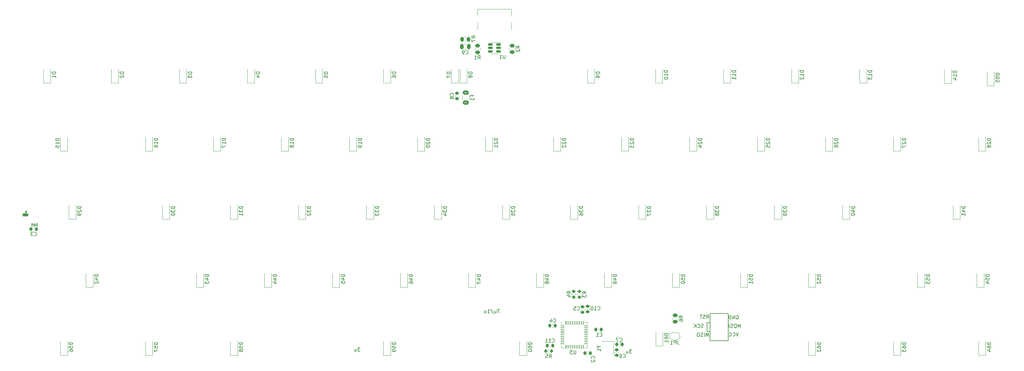
<source format=gbr>
%TF.GenerationSoftware,KiCad,Pcbnew,(6.0.4)*%
%TF.CreationDate,2022-05-28T14:43:12-04:00*%
%TF.ProjectId,keyboard,6b657962-6f61-4726-942e-6b696361645f,rev?*%
%TF.SameCoordinates,Original*%
%TF.FileFunction,Legend,Bot*%
%TF.FilePolarity,Positive*%
%FSLAX46Y46*%
G04 Gerber Fmt 4.6, Leading zero omitted, Abs format (unit mm)*
G04 Created by KiCad (PCBNEW (6.0.4)) date 2022-05-28 14:43:12*
%MOMM*%
%LPD*%
G01*
G04 APERTURE LIST*
G04 Aperture macros list*
%AMRoundRect*
0 Rectangle with rounded corners*
0 $1 Rounding radius*
0 $2 $3 $4 $5 $6 $7 $8 $9 X,Y pos of 4 corners*
0 Add a 4 corners polygon primitive as box body*
4,1,4,$2,$3,$4,$5,$6,$7,$8,$9,$2,$3,0*
0 Add four circle primitives for the rounded corners*
1,1,$1+$1,$2,$3*
1,1,$1+$1,$4,$5*
1,1,$1+$1,$6,$7*
1,1,$1+$1,$8,$9*
0 Add four rect primitives between the rounded corners*
20,1,$1+$1,$2,$3,$4,$5,0*
20,1,$1+$1,$4,$5,$6,$7,0*
20,1,$1+$1,$6,$7,$8,$9,0*
20,1,$1+$1,$8,$9,$2,$3,0*%
%AMFreePoly0*
4,1,22,0.500000,-0.750000,0.000000,-0.750000,0.000000,-0.745033,-0.079941,-0.743568,-0.215256,-0.701293,-0.333266,-0.622738,-0.424486,-0.514219,-0.481581,-0.384460,-0.499164,-0.250000,-0.500000,-0.250000,-0.500000,0.250000,-0.499164,0.250000,-0.499963,0.256109,-0.478152,0.396186,-0.417904,0.524511,-0.324060,0.630769,-0.204165,0.706417,-0.067858,0.745374,0.000000,0.744959,0.000000,0.750000,
0.500000,0.750000,0.500000,-0.750000,0.500000,-0.750000,$1*%
%AMFreePoly1*
4,1,20,0.000000,0.744959,0.073905,0.744508,0.209726,0.703889,0.328688,0.626782,0.421226,0.519385,0.479903,0.390333,0.500000,0.250000,0.500000,-0.250000,0.499851,-0.262216,0.476331,-0.402017,0.414519,-0.529596,0.319384,-0.634700,0.198574,-0.708877,0.061801,-0.746166,0.000000,-0.745033,0.000000,-0.750000,-0.500000,-0.750000,-0.500000,0.750000,0.000000,0.750000,0.000000,0.744959,
0.000000,0.744959,$1*%
G04 Aperture macros list end*
%ADD10C,0.150000*%
%ADD11C,0.120000*%
%ADD12C,0.203200*%
%ADD13C,0.200000*%
%ADD14C,0.100000*%
%ADD15R,1.700000X1.700000*%
%ADD16C,1.700000*%
%ADD17FreePoly0,0.000000*%
%ADD18FreePoly1,0.000000*%
%ADD19C,3.200000*%
%ADD20C,2.250000*%
%ADD21C,1.750000*%
%ADD22C,3.987800*%
%ADD23C,3.048000*%
%ADD24RoundRect,0.225000X-0.225000X-0.250000X0.225000X-0.250000X0.225000X0.250000X-0.225000X0.250000X0*%
%ADD25RoundRect,0.225000X0.225000X0.250000X-0.225000X0.250000X-0.225000X-0.250000X0.225000X-0.250000X0*%
%ADD26RoundRect,0.225000X0.250000X-0.225000X0.250000X0.225000X-0.250000X0.225000X-0.250000X-0.225000X0*%
%ADD27RoundRect,0.225000X-0.250000X0.225000X-0.250000X-0.225000X0.250000X-0.225000X0.250000X0.225000X0*%
%ADD28RoundRect,0.250000X-0.450000X0.262500X-0.450000X-0.262500X0.450000X-0.262500X0.450000X0.262500X0*%
%ADD29RoundRect,0.250000X0.450000X-0.262500X0.450000X0.262500X-0.450000X0.262500X-0.450000X-0.262500X0*%
%ADD30RoundRect,0.200000X0.275000X-0.200000X0.275000X0.200000X-0.275000X0.200000X-0.275000X-0.200000X0*%
%ADD31RoundRect,0.200000X-0.200000X-0.275000X0.200000X-0.275000X0.200000X0.275000X-0.200000X0.275000X0*%
%ADD32RoundRect,0.250000X0.625000X-0.375000X0.625000X0.375000X-0.625000X0.375000X-0.625000X-0.375000X0*%
%ADD33O,1.000000X2.100000*%
%ADD34O,1.000000X1.600000*%
%ADD35R,0.600000X1.450000*%
%ADD36R,0.300000X1.450000*%
%ADD37C,0.650000*%
%ADD38RoundRect,0.250000X-0.250000X-0.475000X0.250000X-0.475000X0.250000X0.475000X-0.250000X0.475000X0*%
%ADD39RoundRect,0.250000X-0.262500X-0.450000X0.262500X-0.450000X0.262500X0.450000X-0.262500X0.450000X0*%
%ADD40R,5.200000X5.200000*%
%ADD41RoundRect,0.062500X-0.475000X0.062500X-0.475000X-0.062500X0.475000X-0.062500X0.475000X0.062500X0*%
%ADD42RoundRect,0.062500X-0.062500X0.475000X-0.062500X-0.475000X0.062500X-0.475000X0.062500X0.475000X0*%
%ADD43R,1.200000X1.400000*%
%ADD44R,1.200000X0.900000*%
%ADD45R,1.700000X0.820000*%
%ADD46RoundRect,0.205000X0.645000X0.205000X-0.645000X0.205000X-0.645000X-0.205000X0.645000X-0.205000X0*%
%ADD47RoundRect,0.150000X0.512500X0.150000X-0.512500X0.150000X-0.512500X-0.150000X0.512500X-0.150000X0*%
G04 APERTURE END LIST*
D10*
X211571428Y-83440480D02*
X211571428Y-82440480D01*
X211238095Y-83154766D01*
X210904761Y-82440480D01*
X210904761Y-83440480D01*
X210238095Y-82440480D02*
X210047619Y-82440480D01*
X209952380Y-82488100D01*
X209857142Y-82583338D01*
X209809523Y-82773814D01*
X209809523Y-83107147D01*
X209857142Y-83297623D01*
X209952380Y-83392861D01*
X210047619Y-83440480D01*
X210238095Y-83440480D01*
X210333333Y-83392861D01*
X210428571Y-83297623D01*
X210476190Y-83107147D01*
X210476190Y-82773814D01*
X210428571Y-82583338D01*
X210333333Y-82488100D01*
X210238095Y-82440480D01*
X209428571Y-83392861D02*
X209285714Y-83440480D01*
X209047619Y-83440480D01*
X208952380Y-83392861D01*
X208904761Y-83345242D01*
X208857142Y-83250004D01*
X208857142Y-83154766D01*
X208904761Y-83059528D01*
X208952380Y-83011909D01*
X209047619Y-82964290D01*
X209238095Y-82916671D01*
X209333333Y-82869052D01*
X209380952Y-82821433D01*
X209428571Y-82726195D01*
X209428571Y-82630957D01*
X209380952Y-82535719D01*
X209333333Y-82488100D01*
X209238095Y-82440480D01*
X209000000Y-82440480D01*
X208857142Y-82488100D01*
X208428571Y-83440480D02*
X208428571Y-82440480D01*
X181215714Y-89622380D02*
X180596666Y-89622380D01*
X180930000Y-90003333D01*
X180787142Y-90003333D01*
X180691904Y-90050952D01*
X180644285Y-90098571D01*
X180596666Y-90193809D01*
X180596666Y-90431904D01*
X180644285Y-90527142D01*
X180691904Y-90574761D01*
X180787142Y-90622380D01*
X181072857Y-90622380D01*
X181168095Y-90574761D01*
X181215714Y-90527142D01*
X179739523Y-89955714D02*
X179739523Y-90622380D01*
X180168095Y-89955714D02*
X180168095Y-90479523D01*
X180120476Y-90574761D01*
X180025238Y-90622380D01*
X179882380Y-90622380D01*
X179787142Y-90574761D01*
X179739523Y-90527142D01*
X202655628Y-85942380D02*
X202655628Y-84942380D01*
X202322295Y-85656666D01*
X201988961Y-84942380D01*
X201988961Y-85942380D01*
X201512771Y-85942380D02*
X201512771Y-84942380D01*
X201084200Y-85894761D02*
X200941342Y-85942380D01*
X200703247Y-85942380D01*
X200608009Y-85894761D01*
X200560390Y-85847142D01*
X200512771Y-85751904D01*
X200512771Y-85656666D01*
X200560390Y-85561428D01*
X200608009Y-85513809D01*
X200703247Y-85466190D01*
X200893723Y-85418571D01*
X200988961Y-85370952D01*
X201036580Y-85323333D01*
X201084200Y-85228095D01*
X201084200Y-85132857D01*
X201036580Y-85037619D01*
X200988961Y-84990000D01*
X200893723Y-84942380D01*
X200655628Y-84942380D01*
X200512771Y-84990000D01*
X199893723Y-84942380D02*
X199703247Y-84942380D01*
X199608009Y-84990000D01*
X199512771Y-85085238D01*
X199465152Y-85275714D01*
X199465152Y-85609047D01*
X199512771Y-85799523D01*
X199608009Y-85894761D01*
X199703247Y-85942380D01*
X199893723Y-85942380D01*
X199988961Y-85894761D01*
X200084200Y-85799523D01*
X200131819Y-85609047D01*
X200131819Y-85275714D01*
X200084200Y-85085238D01*
X199988961Y-84990000D01*
X199893723Y-84942380D01*
X201160114Y-83380161D02*
X201017257Y-83427780D01*
X200779161Y-83427780D01*
X200683923Y-83380161D01*
X200636304Y-83332542D01*
X200588685Y-83237304D01*
X200588685Y-83142066D01*
X200636304Y-83046828D01*
X200683923Y-82999209D01*
X200779161Y-82951590D01*
X200969638Y-82903971D01*
X201064876Y-82856352D01*
X201112495Y-82808733D01*
X201160114Y-82713495D01*
X201160114Y-82618257D01*
X201112495Y-82523019D01*
X201064876Y-82475400D01*
X200969638Y-82427780D01*
X200731542Y-82427780D01*
X200588685Y-82475400D01*
X199588685Y-83332542D02*
X199636304Y-83380161D01*
X199779161Y-83427780D01*
X199874400Y-83427780D01*
X200017257Y-83380161D01*
X200112495Y-83284923D01*
X200160114Y-83189685D01*
X200207733Y-82999209D01*
X200207733Y-82856352D01*
X200160114Y-82665876D01*
X200112495Y-82570638D01*
X200017257Y-82475400D01*
X199874400Y-82427780D01*
X199779161Y-82427780D01*
X199636304Y-82475400D01*
X199588685Y-82523019D01*
X199160114Y-83427780D02*
X199160114Y-82427780D01*
X198588685Y-83427780D02*
X199017257Y-82856352D01*
X198588685Y-82427780D02*
X199160114Y-82999209D01*
X202076319Y-80887780D02*
X202409652Y-80411590D01*
X202647747Y-80887780D02*
X202647747Y-79887780D01*
X202266795Y-79887780D01*
X202171557Y-79935400D01*
X202123938Y-79983019D01*
X202076319Y-80078257D01*
X202076319Y-80221114D01*
X202123938Y-80316352D01*
X202171557Y-80363971D01*
X202266795Y-80411590D01*
X202647747Y-80411590D01*
X201695366Y-80840161D02*
X201552509Y-80887780D01*
X201314414Y-80887780D01*
X201219176Y-80840161D01*
X201171557Y-80792542D01*
X201123938Y-80697304D01*
X201123938Y-80602066D01*
X201171557Y-80506828D01*
X201219176Y-80459209D01*
X201314414Y-80411590D01*
X201504890Y-80363971D01*
X201600128Y-80316352D01*
X201647747Y-80268733D01*
X201695366Y-80173495D01*
X201695366Y-80078257D01*
X201647747Y-79983019D01*
X201600128Y-79935400D01*
X201504890Y-79887780D01*
X201266795Y-79887780D01*
X201123938Y-79935400D01*
X200838223Y-79887780D02*
X200266795Y-79887780D01*
X200552509Y-80887780D02*
X200552509Y-79887780D01*
X210461904Y-80100000D02*
X210557142Y-80052380D01*
X210700000Y-80052380D01*
X210842857Y-80100000D01*
X210938095Y-80195238D01*
X210985714Y-80290476D01*
X211033333Y-80480952D01*
X211033333Y-80623809D01*
X210985714Y-80814285D01*
X210938095Y-80909523D01*
X210842857Y-81004761D01*
X210700000Y-81052380D01*
X210604761Y-81052380D01*
X210461904Y-81004761D01*
X210414285Y-80957142D01*
X210414285Y-80623809D01*
X210604761Y-80623809D01*
X209985714Y-81052380D02*
X209985714Y-80052380D01*
X209414285Y-81052380D01*
X209414285Y-80052380D01*
X208938095Y-81052380D02*
X208938095Y-80052380D01*
X208700000Y-80052380D01*
X208557142Y-80100000D01*
X208461904Y-80195238D01*
X208414285Y-80290476D01*
X208366666Y-80480952D01*
X208366666Y-80623809D01*
X208414285Y-80814285D01*
X208461904Y-80909523D01*
X208557142Y-81004761D01*
X208700000Y-81052380D01*
X208938095Y-81052380D01*
X210990033Y-84840780D02*
X210656700Y-85840780D01*
X210323366Y-84840780D01*
X209418604Y-85745542D02*
X209466223Y-85793161D01*
X209609080Y-85840780D01*
X209704319Y-85840780D01*
X209847176Y-85793161D01*
X209942414Y-85697923D01*
X209990033Y-85602685D01*
X210037652Y-85412209D01*
X210037652Y-85269352D01*
X209990033Y-85078876D01*
X209942414Y-84983638D01*
X209847176Y-84888400D01*
X209704319Y-84840780D01*
X209609080Y-84840780D01*
X209466223Y-84888400D01*
X209418604Y-84936019D01*
X208418604Y-85745542D02*
X208466223Y-85793161D01*
X208609080Y-85840780D01*
X208704319Y-85840780D01*
X208847176Y-85793161D01*
X208942414Y-85697923D01*
X208990033Y-85602685D01*
X209037652Y-85412209D01*
X209037652Y-85269352D01*
X208990033Y-85078876D01*
X208942414Y-84983638D01*
X208847176Y-84888400D01*
X208704319Y-84840780D01*
X208609080Y-84840780D01*
X208466223Y-84888400D01*
X208418604Y-84936019D01*
X144428095Y-78342380D02*
X143761428Y-78342380D01*
X144190000Y-79342380D01*
X142951904Y-78675714D02*
X142951904Y-79342380D01*
X143380476Y-78675714D02*
X143380476Y-79199523D01*
X143332857Y-79294761D01*
X143237619Y-79342380D01*
X143094761Y-79342380D01*
X142999523Y-79294761D01*
X142951904Y-79247142D01*
X141761428Y-78294761D02*
X142618571Y-79580476D01*
X140904285Y-79342380D02*
X141475714Y-79342380D01*
X141190000Y-79342380D02*
X141190000Y-78342380D01*
X141285238Y-78485238D01*
X141380476Y-78580476D01*
X141475714Y-78628095D01*
X140047142Y-78675714D02*
X140047142Y-79342380D01*
X140475714Y-78675714D02*
X140475714Y-79199523D01*
X140428095Y-79294761D01*
X140332857Y-79342380D01*
X140190000Y-79342380D01*
X140094761Y-79294761D01*
X140047142Y-79247142D01*
X105315714Y-89092380D02*
X104696666Y-89092380D01*
X105030000Y-89473333D01*
X104887142Y-89473333D01*
X104791904Y-89520952D01*
X104744285Y-89568571D01*
X104696666Y-89663809D01*
X104696666Y-89901904D01*
X104744285Y-89997142D01*
X104791904Y-90044761D01*
X104887142Y-90092380D01*
X105172857Y-90092380D01*
X105268095Y-90044761D01*
X105315714Y-89997142D01*
X103839523Y-89425714D02*
X103839523Y-90092380D01*
X104268095Y-89425714D02*
X104268095Y-89949523D01*
X104220476Y-90044761D01*
X104125238Y-90092380D01*
X103982380Y-90092380D01*
X103887142Y-90044761D01*
X103839523Y-89997142D01*
%TO.C,JP1*%
X194033333Y-87102380D02*
X194033333Y-87816666D01*
X194080952Y-87959523D01*
X194176190Y-88054761D01*
X194319047Y-88102380D01*
X194414285Y-88102380D01*
X193557142Y-88102380D02*
X193557142Y-87102380D01*
X193176190Y-87102380D01*
X193080952Y-87150000D01*
X193033333Y-87197619D01*
X192985714Y-87292857D01*
X192985714Y-87435714D01*
X193033333Y-87530952D01*
X193080952Y-87578571D01*
X193176190Y-87626190D01*
X193557142Y-87626190D01*
X192033333Y-88102380D02*
X192604761Y-88102380D01*
X192319047Y-88102380D02*
X192319047Y-87102380D01*
X192414285Y-87245238D01*
X192509523Y-87340476D01*
X192604761Y-87388095D01*
%TO.C,C1*%
X172266666Y-85807142D02*
X172314285Y-85854761D01*
X172457142Y-85902380D01*
X172552380Y-85902380D01*
X172695238Y-85854761D01*
X172790476Y-85759523D01*
X172838095Y-85664285D01*
X172885714Y-85473809D01*
X172885714Y-85330952D01*
X172838095Y-85140476D01*
X172790476Y-85045238D01*
X172695238Y-84950000D01*
X172552380Y-84902380D01*
X172457142Y-84902380D01*
X172314285Y-84950000D01*
X172266666Y-84997619D01*
X171314285Y-85902380D02*
X171885714Y-85902380D01*
X171600000Y-85902380D02*
X171600000Y-84902380D01*
X171695238Y-85045238D01*
X171790476Y-85140476D01*
X171885714Y-85188095D01*
%TO.C,C2*%
X170782142Y-92083333D02*
X170829761Y-92035714D01*
X170877380Y-91892857D01*
X170877380Y-91797619D01*
X170829761Y-91654761D01*
X170734523Y-91559523D01*
X170639285Y-91511904D01*
X170448809Y-91464285D01*
X170305952Y-91464285D01*
X170115476Y-91511904D01*
X170020238Y-91559523D01*
X169925000Y-91654761D01*
X169877380Y-91797619D01*
X169877380Y-91892857D01*
X169925000Y-92035714D01*
X169972619Y-92083333D01*
X169972619Y-92464285D02*
X169925000Y-92511904D01*
X169877380Y-92607142D01*
X169877380Y-92845238D01*
X169925000Y-92940476D01*
X169972619Y-92988095D01*
X170067857Y-93035714D01*
X170163095Y-93035714D01*
X170305952Y-92988095D01*
X170877380Y-92416666D01*
X170877380Y-93035714D01*
%TO.C,C4*%
X159316666Y-81857142D02*
X159364285Y-81904761D01*
X159507142Y-81952380D01*
X159602380Y-81952380D01*
X159745238Y-81904761D01*
X159840476Y-81809523D01*
X159888095Y-81714285D01*
X159935714Y-81523809D01*
X159935714Y-81380952D01*
X159888095Y-81190476D01*
X159840476Y-81095238D01*
X159745238Y-81000000D01*
X159602380Y-80952380D01*
X159507142Y-80952380D01*
X159364285Y-81000000D01*
X159316666Y-81047619D01*
X158459523Y-81285714D02*
X158459523Y-81952380D01*
X158697619Y-80904761D02*
X158935714Y-81619047D01*
X158316666Y-81619047D01*
%TO.C,C5*%
X165966666Y-78482142D02*
X166014285Y-78529761D01*
X166157142Y-78577380D01*
X166252380Y-78577380D01*
X166395238Y-78529761D01*
X166490476Y-78434523D01*
X166538095Y-78339285D01*
X166585714Y-78148809D01*
X166585714Y-78005952D01*
X166538095Y-77815476D01*
X166490476Y-77720238D01*
X166395238Y-77625000D01*
X166252380Y-77577380D01*
X166157142Y-77577380D01*
X166014285Y-77625000D01*
X165966666Y-77672619D01*
X165061904Y-77577380D02*
X165538095Y-77577380D01*
X165585714Y-78053571D01*
X165538095Y-78005952D01*
X165442857Y-77958333D01*
X165204761Y-77958333D01*
X165109523Y-78005952D01*
X165061904Y-78053571D01*
X165014285Y-78148809D01*
X165014285Y-78386904D01*
X165061904Y-78482142D01*
X165109523Y-78529761D01*
X165204761Y-78577380D01*
X165442857Y-78577380D01*
X165538095Y-78529761D01*
X165585714Y-78482142D01*
%TO.C,C6*%
X178766666Y-91757142D02*
X178814285Y-91804761D01*
X178957142Y-91852380D01*
X179052380Y-91852380D01*
X179195238Y-91804761D01*
X179290476Y-91709523D01*
X179338095Y-91614285D01*
X179385714Y-91423809D01*
X179385714Y-91280952D01*
X179338095Y-91090476D01*
X179290476Y-90995238D01*
X179195238Y-90900000D01*
X179052380Y-90852380D01*
X178957142Y-90852380D01*
X178814285Y-90900000D01*
X178766666Y-90947619D01*
X177909523Y-90852380D02*
X178100000Y-90852380D01*
X178195238Y-90900000D01*
X178242857Y-90947619D01*
X178338095Y-91090476D01*
X178385714Y-91280952D01*
X178385714Y-91661904D01*
X178338095Y-91757142D01*
X178290476Y-91804761D01*
X178195238Y-91852380D01*
X178004761Y-91852380D01*
X177909523Y-91804761D01*
X177861904Y-91757142D01*
X177814285Y-91661904D01*
X177814285Y-91423809D01*
X177861904Y-91328571D01*
X177909523Y-91280952D01*
X178004761Y-91233333D01*
X178195238Y-91233333D01*
X178290476Y-91280952D01*
X178338095Y-91328571D01*
X178385714Y-91423809D01*
%TO.C,C7*%
X177866666Y-87257142D02*
X177914285Y-87304761D01*
X178057142Y-87352380D01*
X178152380Y-87352380D01*
X178295238Y-87304761D01*
X178390476Y-87209523D01*
X178438095Y-87114285D01*
X178485714Y-86923809D01*
X178485714Y-86780952D01*
X178438095Y-86590476D01*
X178390476Y-86495238D01*
X178295238Y-86400000D01*
X178152380Y-86352380D01*
X178057142Y-86352380D01*
X177914285Y-86400000D01*
X177866666Y-86447619D01*
X177533333Y-86352380D02*
X176866666Y-86352380D01*
X177295238Y-87352380D01*
%TO.C,C8*%
X131338742Y-18450733D02*
X131386361Y-18403114D01*
X131433980Y-18260257D01*
X131433980Y-18165019D01*
X131386361Y-18022161D01*
X131291123Y-17926923D01*
X131195885Y-17879304D01*
X131005409Y-17831685D01*
X130862552Y-17831685D01*
X130672076Y-17879304D01*
X130576838Y-17926923D01*
X130481600Y-18022161D01*
X130433980Y-18165019D01*
X130433980Y-18260257D01*
X130481600Y-18403114D01*
X130529219Y-18450733D01*
X130862552Y-19022161D02*
X130814933Y-18926923D01*
X130767314Y-18879304D01*
X130672076Y-18831685D01*
X130624457Y-18831685D01*
X130529219Y-18879304D01*
X130481600Y-18926923D01*
X130433980Y-19022161D01*
X130433980Y-19212638D01*
X130481600Y-19307876D01*
X130529219Y-19355495D01*
X130624457Y-19403114D01*
X130672076Y-19403114D01*
X130767314Y-19355495D01*
X130814933Y-19307876D01*
X130862552Y-19212638D01*
X130862552Y-19022161D01*
X130910171Y-18926923D01*
X130957790Y-18879304D01*
X131053028Y-18831685D01*
X131243504Y-18831685D01*
X131338742Y-18879304D01*
X131386361Y-18926923D01*
X131433980Y-19022161D01*
X131433980Y-19212638D01*
X131386361Y-19307876D01*
X131338742Y-19355495D01*
X131243504Y-19403114D01*
X131053028Y-19403114D01*
X130957790Y-19355495D01*
X130910171Y-19307876D01*
X130862552Y-19212638D01*
%TO.C,R1*%
X138216666Y-8302380D02*
X138550000Y-7826190D01*
X138788095Y-8302380D02*
X138788095Y-7302380D01*
X138407142Y-7302380D01*
X138311904Y-7350000D01*
X138264285Y-7397619D01*
X138216666Y-7492857D01*
X138216666Y-7635714D01*
X138264285Y-7730952D01*
X138311904Y-7778571D01*
X138407142Y-7826190D01*
X138788095Y-7826190D01*
X137264285Y-8302380D02*
X137835714Y-8302380D01*
X137550000Y-8302380D02*
X137550000Y-7302380D01*
X137645238Y-7445238D01*
X137740476Y-7540476D01*
X137835714Y-7588095D01*
%TO.C,R2*%
X149902380Y-5283333D02*
X149426190Y-4950000D01*
X149902380Y-4711904D02*
X148902380Y-4711904D01*
X148902380Y-5092857D01*
X148950000Y-5188095D01*
X148997619Y-5235714D01*
X149092857Y-5283333D01*
X149235714Y-5283333D01*
X149330952Y-5235714D01*
X149378571Y-5188095D01*
X149426190Y-5092857D01*
X149426190Y-4711904D01*
X148997619Y-5664285D02*
X148950000Y-5711904D01*
X148902380Y-5807142D01*
X148902380Y-6045238D01*
X148950000Y-6140476D01*
X148997619Y-6188095D01*
X149092857Y-6235714D01*
X149188095Y-6235714D01*
X149330952Y-6188095D01*
X149902380Y-5616666D01*
X149902380Y-6235714D01*
%TO.C,R3*%
X168432380Y-73933333D02*
X167956190Y-73600000D01*
X168432380Y-73361904D02*
X167432380Y-73361904D01*
X167432380Y-73742857D01*
X167480000Y-73838095D01*
X167527619Y-73885714D01*
X167622857Y-73933333D01*
X167765714Y-73933333D01*
X167860952Y-73885714D01*
X167908571Y-73838095D01*
X167956190Y-73742857D01*
X167956190Y-73361904D01*
X167432380Y-74266666D02*
X167432380Y-74885714D01*
X167813333Y-74552380D01*
X167813333Y-74695238D01*
X167860952Y-74790476D01*
X167908571Y-74838095D01*
X168003809Y-74885714D01*
X168241904Y-74885714D01*
X168337142Y-74838095D01*
X168384761Y-74790476D01*
X168432380Y-74695238D01*
X168432380Y-74409523D01*
X168384761Y-74314285D01*
X168337142Y-74266666D01*
%TO.C,R5*%
X158166666Y-91882380D02*
X158500000Y-91406190D01*
X158738095Y-91882380D02*
X158738095Y-90882380D01*
X158357142Y-90882380D01*
X158261904Y-90930000D01*
X158214285Y-90977619D01*
X158166666Y-91072857D01*
X158166666Y-91215714D01*
X158214285Y-91310952D01*
X158261904Y-91358571D01*
X158357142Y-91406190D01*
X158738095Y-91406190D01*
X157261904Y-90882380D02*
X157738095Y-90882380D01*
X157785714Y-91358571D01*
X157738095Y-91310952D01*
X157642857Y-91263333D01*
X157404761Y-91263333D01*
X157309523Y-91310952D01*
X157261904Y-91358571D01*
X157214285Y-91453809D01*
X157214285Y-91691904D01*
X157261904Y-91787142D01*
X157309523Y-91834761D01*
X157404761Y-91882380D01*
X157642857Y-91882380D01*
X157738095Y-91834761D01*
X157785714Y-91787142D01*
%TO.C,R6*%
X195448078Y-80733333D02*
X194971888Y-80400000D01*
X195448078Y-80161904D02*
X194448078Y-80161904D01*
X194448078Y-80542857D01*
X194495698Y-80638095D01*
X194543317Y-80685714D01*
X194638555Y-80733333D01*
X194781412Y-80733333D01*
X194876650Y-80685714D01*
X194924269Y-80638095D01*
X194971888Y-80542857D01*
X194971888Y-80161904D01*
X194448078Y-81590476D02*
X194448078Y-81400000D01*
X194495698Y-81304761D01*
X194543317Y-81257142D01*
X194686174Y-81161904D01*
X194876650Y-81114285D01*
X195257602Y-81114285D01*
X195352840Y-81161904D01*
X195400459Y-81209523D01*
X195448078Y-81304761D01*
X195448078Y-81495238D01*
X195400459Y-81590476D01*
X195352840Y-81638095D01*
X195257602Y-81685714D01*
X195019507Y-81685714D01*
X194924269Y-81638095D01*
X194876650Y-81590476D01*
X194829031Y-81495238D01*
X194829031Y-81304761D01*
X194876650Y-81209523D01*
X194924269Y-81161904D01*
X195019507Y-81114285D01*
%TO.C,F1*%
X136598571Y-18766666D02*
X136598571Y-18433333D01*
X137122380Y-18433333D02*
X136122380Y-18433333D01*
X136122380Y-18909523D01*
X137122380Y-19814285D02*
X137122380Y-19242857D01*
X137122380Y-19528571D02*
X136122380Y-19528571D01*
X136265238Y-19433333D01*
X136360476Y-19338095D01*
X136408095Y-19242857D01*
%TO.C,R4*%
X164102380Y-73883333D02*
X163626190Y-73550000D01*
X164102380Y-73311904D02*
X163102380Y-73311904D01*
X163102380Y-73692857D01*
X163150000Y-73788095D01*
X163197619Y-73835714D01*
X163292857Y-73883333D01*
X163435714Y-73883333D01*
X163530952Y-73835714D01*
X163578571Y-73788095D01*
X163626190Y-73692857D01*
X163626190Y-73311904D01*
X163435714Y-74740476D02*
X164102380Y-74740476D01*
X163054761Y-74502380D02*
X163769047Y-74264285D01*
X163769047Y-74883333D01*
%TO.C,C9*%
X134866666Y-6837142D02*
X134914285Y-6884761D01*
X135057142Y-6932380D01*
X135152380Y-6932380D01*
X135295238Y-6884761D01*
X135390476Y-6789523D01*
X135438095Y-6694285D01*
X135485714Y-6503809D01*
X135485714Y-6360952D01*
X135438095Y-6170476D01*
X135390476Y-6075238D01*
X135295238Y-5980000D01*
X135152380Y-5932380D01*
X135057142Y-5932380D01*
X134914285Y-5980000D01*
X134866666Y-6027619D01*
X134390476Y-6932380D02*
X134200000Y-6932380D01*
X134104761Y-6884761D01*
X134057142Y-6837142D01*
X133961904Y-6694285D01*
X133914285Y-6503809D01*
X133914285Y-6122857D01*
X133961904Y-6027619D01*
X134009523Y-5980000D01*
X134104761Y-5932380D01*
X134295238Y-5932380D01*
X134390476Y-5980000D01*
X134438095Y-6027619D01*
X134485714Y-6122857D01*
X134485714Y-6360952D01*
X134438095Y-6456190D01*
X134390476Y-6503809D01*
X134295238Y-6551428D01*
X134104761Y-6551428D01*
X134009523Y-6503809D01*
X133961904Y-6456190D01*
X133914285Y-6360952D01*
%TO.C,R7*%
X137502380Y-2433333D02*
X137026190Y-2100000D01*
X137502380Y-1861904D02*
X136502380Y-1861904D01*
X136502380Y-2242857D01*
X136550000Y-2338095D01*
X136597619Y-2385714D01*
X136692857Y-2433333D01*
X136835714Y-2433333D01*
X136930952Y-2385714D01*
X136978571Y-2338095D01*
X137026190Y-2242857D01*
X137026190Y-1861904D01*
X136502380Y-2766666D02*
X136502380Y-3433333D01*
X137502380Y-3004761D01*
%TO.C,U3*%
X165611904Y-89802380D02*
X165611904Y-90611904D01*
X165564285Y-90707142D01*
X165516666Y-90754761D01*
X165421428Y-90802380D01*
X165230952Y-90802380D01*
X165135714Y-90754761D01*
X165088095Y-90707142D01*
X165040476Y-90611904D01*
X165040476Y-89802380D01*
X164659523Y-89802380D02*
X164040476Y-89802380D01*
X164373809Y-90183333D01*
X164230952Y-90183333D01*
X164135714Y-90230952D01*
X164088095Y-90278571D01*
X164040476Y-90373809D01*
X164040476Y-90611904D01*
X164088095Y-90707142D01*
X164135714Y-90754761D01*
X164230952Y-90802380D01*
X164516666Y-90802380D01*
X164611904Y-90754761D01*
X164659523Y-90707142D01*
%TO.C,Y1*%
X172026190Y-88773809D02*
X172502380Y-88773809D01*
X171502380Y-88440476D02*
X172026190Y-88773809D01*
X171502380Y-89107142D01*
X172502380Y-89964285D02*
X172502380Y-89392857D01*
X172502380Y-89678571D02*
X171502380Y-89678571D01*
X171645238Y-89583333D01*
X171740476Y-89488095D01*
X171788095Y-89392857D01*
%TO.C,D55*%
X283889880Y-12279464D02*
X282889880Y-12279464D01*
X282889880Y-12517559D01*
X282937500Y-12660416D01*
X283032738Y-12755654D01*
X283127976Y-12803273D01*
X283318452Y-12850892D01*
X283461309Y-12850892D01*
X283651785Y-12803273D01*
X283747023Y-12755654D01*
X283842261Y-12660416D01*
X283889880Y-12517559D01*
X283889880Y-12279464D01*
X282889880Y-13755654D02*
X282889880Y-13279464D01*
X283366071Y-13231845D01*
X283318452Y-13279464D01*
X283270833Y-13374702D01*
X283270833Y-13612797D01*
X283318452Y-13708035D01*
X283366071Y-13755654D01*
X283461309Y-13803273D01*
X283699404Y-13803273D01*
X283794642Y-13755654D01*
X283842261Y-13708035D01*
X283889880Y-13612797D01*
X283889880Y-13374702D01*
X283842261Y-13279464D01*
X283794642Y-13231845D01*
X282889880Y-14708035D02*
X282889880Y-14231845D01*
X283366071Y-14184226D01*
X283318452Y-14231845D01*
X283270833Y-14327083D01*
X283270833Y-14565178D01*
X283318452Y-14660416D01*
X283366071Y-14708035D01*
X283461309Y-14755654D01*
X283699404Y-14755654D01*
X283794642Y-14708035D01*
X283842261Y-14660416D01*
X283889880Y-14565178D01*
X283889880Y-14327083D01*
X283842261Y-14231845D01*
X283794642Y-14184226D01*
%TO.C,D30*%
X53514880Y-49585714D02*
X52514880Y-49585714D01*
X52514880Y-49823809D01*
X52562500Y-49966666D01*
X52657738Y-50061904D01*
X52752976Y-50109523D01*
X52943452Y-50157142D01*
X53086309Y-50157142D01*
X53276785Y-50109523D01*
X53372023Y-50061904D01*
X53467261Y-49966666D01*
X53514880Y-49823809D01*
X53514880Y-49585714D01*
X52514880Y-50490476D02*
X52514880Y-51109523D01*
X52895833Y-50776190D01*
X52895833Y-50919047D01*
X52943452Y-51014285D01*
X52991071Y-51061904D01*
X53086309Y-51109523D01*
X53324404Y-51109523D01*
X53419642Y-51061904D01*
X53467261Y-51014285D01*
X53514880Y-50919047D01*
X53514880Y-50633333D01*
X53467261Y-50538095D01*
X53419642Y-50490476D01*
X52514880Y-51728571D02*
X52514880Y-51823809D01*
X52562500Y-51919047D01*
X52610119Y-51966666D01*
X52705357Y-52014285D01*
X52895833Y-52061904D01*
X53133928Y-52061904D01*
X53324404Y-52014285D01*
X53419642Y-51966666D01*
X53467261Y-51919047D01*
X53514880Y-51823809D01*
X53514880Y-51728571D01*
X53467261Y-51633333D01*
X53419642Y-51585714D01*
X53324404Y-51538095D01*
X53133928Y-51490476D01*
X52895833Y-51490476D01*
X52705357Y-51538095D01*
X52610119Y-51585714D01*
X52562500Y-51633333D01*
X52514880Y-51728571D01*
%TO.C,D33*%
X110514880Y-49585714D02*
X109514880Y-49585714D01*
X109514880Y-49823809D01*
X109562500Y-49966666D01*
X109657738Y-50061904D01*
X109752976Y-50109523D01*
X109943452Y-50157142D01*
X110086309Y-50157142D01*
X110276785Y-50109523D01*
X110372023Y-50061904D01*
X110467261Y-49966666D01*
X110514880Y-49823809D01*
X110514880Y-49585714D01*
X109514880Y-50490476D02*
X109514880Y-51109523D01*
X109895833Y-50776190D01*
X109895833Y-50919047D01*
X109943452Y-51014285D01*
X109991071Y-51061904D01*
X110086309Y-51109523D01*
X110324404Y-51109523D01*
X110419642Y-51061904D01*
X110467261Y-51014285D01*
X110514880Y-50919047D01*
X110514880Y-50633333D01*
X110467261Y-50538095D01*
X110419642Y-50490476D01*
X109514880Y-51442857D02*
X109514880Y-52061904D01*
X109895833Y-51728571D01*
X109895833Y-51871428D01*
X109943452Y-51966666D01*
X109991071Y-52014285D01*
X110086309Y-52061904D01*
X110324404Y-52061904D01*
X110419642Y-52014285D01*
X110467261Y-51966666D01*
X110514880Y-51871428D01*
X110514880Y-51585714D01*
X110467261Y-51490476D01*
X110419642Y-51442857D01*
%TO.C,D25*%
X219764880Y-30535714D02*
X218764880Y-30535714D01*
X218764880Y-30773809D01*
X218812500Y-30916666D01*
X218907738Y-31011904D01*
X219002976Y-31059523D01*
X219193452Y-31107142D01*
X219336309Y-31107142D01*
X219526785Y-31059523D01*
X219622023Y-31011904D01*
X219717261Y-30916666D01*
X219764880Y-30773809D01*
X219764880Y-30535714D01*
X218860119Y-31488095D02*
X218812500Y-31535714D01*
X218764880Y-31630952D01*
X218764880Y-31869047D01*
X218812500Y-31964285D01*
X218860119Y-32011904D01*
X218955357Y-32059523D01*
X219050595Y-32059523D01*
X219193452Y-32011904D01*
X219764880Y-31440476D01*
X219764880Y-32059523D01*
X218764880Y-32964285D02*
X218764880Y-32488095D01*
X219241071Y-32440476D01*
X219193452Y-32488095D01*
X219145833Y-32583333D01*
X219145833Y-32821428D01*
X219193452Y-32916666D01*
X219241071Y-32964285D01*
X219336309Y-33011904D01*
X219574404Y-33011904D01*
X219669642Y-32964285D01*
X219717261Y-32916666D01*
X219764880Y-32821428D01*
X219764880Y-32583333D01*
X219717261Y-32488095D01*
X219669642Y-32440476D01*
%TO.C,D7*%
X130552380Y-11961904D02*
X129552380Y-11961904D01*
X129552380Y-12200000D01*
X129600000Y-12342857D01*
X129695238Y-12438095D01*
X129790476Y-12485714D01*
X129980952Y-12533333D01*
X130123809Y-12533333D01*
X130314285Y-12485714D01*
X130409523Y-12438095D01*
X130504761Y-12342857D01*
X130552380Y-12200000D01*
X130552380Y-11961904D01*
X129552380Y-12866666D02*
X129552380Y-13533333D01*
X130552380Y-13104761D01*
%TO.C,D15*%
X21252380Y-30585714D02*
X20252380Y-30585714D01*
X20252380Y-30823809D01*
X20300000Y-30966666D01*
X20395238Y-31061904D01*
X20490476Y-31109523D01*
X20680952Y-31157142D01*
X20823809Y-31157142D01*
X21014285Y-31109523D01*
X21109523Y-31061904D01*
X21204761Y-30966666D01*
X21252380Y-30823809D01*
X21252380Y-30585714D01*
X21252380Y-32109523D02*
X21252380Y-31538095D01*
X21252380Y-31823809D02*
X20252380Y-31823809D01*
X20395238Y-31728571D01*
X20490476Y-31633333D01*
X20538095Y-31538095D01*
X20252380Y-33014285D02*
X20252380Y-32538095D01*
X20728571Y-32490476D01*
X20680952Y-32538095D01*
X20633333Y-32633333D01*
X20633333Y-32871428D01*
X20680952Y-32966666D01*
X20728571Y-33014285D01*
X20823809Y-33061904D01*
X21061904Y-33061904D01*
X21157142Y-33014285D01*
X21204761Y-32966666D01*
X21252380Y-32871428D01*
X21252380Y-32633333D01*
X21204761Y-32538095D01*
X21157142Y-32490476D01*
%TO.C,D38*%
X205514880Y-49585714D02*
X204514880Y-49585714D01*
X204514880Y-49823809D01*
X204562500Y-49966666D01*
X204657738Y-50061904D01*
X204752976Y-50109523D01*
X204943452Y-50157142D01*
X205086309Y-50157142D01*
X205276785Y-50109523D01*
X205372023Y-50061904D01*
X205467261Y-49966666D01*
X205514880Y-49823809D01*
X205514880Y-49585714D01*
X204514880Y-50490476D02*
X204514880Y-51109523D01*
X204895833Y-50776190D01*
X204895833Y-50919047D01*
X204943452Y-51014285D01*
X204991071Y-51061904D01*
X205086309Y-51109523D01*
X205324404Y-51109523D01*
X205419642Y-51061904D01*
X205467261Y-51014285D01*
X205514880Y-50919047D01*
X205514880Y-50633333D01*
X205467261Y-50538095D01*
X205419642Y-50490476D01*
X204943452Y-51680952D02*
X204895833Y-51585714D01*
X204848214Y-51538095D01*
X204752976Y-51490476D01*
X204705357Y-51490476D01*
X204610119Y-51538095D01*
X204562500Y-51585714D01*
X204514880Y-51680952D01*
X204514880Y-51871428D01*
X204562500Y-51966666D01*
X204610119Y-52014285D01*
X204705357Y-52061904D01*
X204752976Y-52061904D01*
X204848214Y-52014285D01*
X204895833Y-51966666D01*
X204943452Y-51871428D01*
X204943452Y-51680952D01*
X204991071Y-51585714D01*
X205038690Y-51538095D01*
X205133928Y-51490476D01*
X205324404Y-51490476D01*
X205419642Y-51538095D01*
X205467261Y-51585714D01*
X205514880Y-51680952D01*
X205514880Y-51871428D01*
X205467261Y-51966666D01*
X205419642Y-52014285D01*
X205324404Y-52061904D01*
X205133928Y-52061904D01*
X205038690Y-52014285D01*
X204991071Y-51966666D01*
X204943452Y-51871428D01*
%TO.C,D48*%
X158014880Y-68635714D02*
X157014880Y-68635714D01*
X157014880Y-68873809D01*
X157062500Y-69016666D01*
X157157738Y-69111904D01*
X157252976Y-69159523D01*
X157443452Y-69207142D01*
X157586309Y-69207142D01*
X157776785Y-69159523D01*
X157872023Y-69111904D01*
X157967261Y-69016666D01*
X158014880Y-68873809D01*
X158014880Y-68635714D01*
X157348214Y-70064285D02*
X158014880Y-70064285D01*
X156967261Y-69826190D02*
X157681547Y-69588095D01*
X157681547Y-70207142D01*
X157443452Y-70730952D02*
X157395833Y-70635714D01*
X157348214Y-70588095D01*
X157252976Y-70540476D01*
X157205357Y-70540476D01*
X157110119Y-70588095D01*
X157062500Y-70635714D01*
X157014880Y-70730952D01*
X157014880Y-70921428D01*
X157062500Y-71016666D01*
X157110119Y-71064285D01*
X157205357Y-71111904D01*
X157252976Y-71111904D01*
X157348214Y-71064285D01*
X157395833Y-71016666D01*
X157443452Y-70921428D01*
X157443452Y-70730952D01*
X157491071Y-70635714D01*
X157538690Y-70588095D01*
X157633928Y-70540476D01*
X157824404Y-70540476D01*
X157919642Y-70588095D01*
X157967261Y-70635714D01*
X158014880Y-70730952D01*
X158014880Y-70921428D01*
X157967261Y-71016666D01*
X157919642Y-71064285D01*
X157824404Y-71111904D01*
X157633928Y-71111904D01*
X157538690Y-71064285D01*
X157491071Y-71016666D01*
X157443452Y-70921428D01*
%TO.C,D14*%
X272014880Y-11654464D02*
X271014880Y-11654464D01*
X271014880Y-11892559D01*
X271062500Y-12035416D01*
X271157738Y-12130654D01*
X271252976Y-12178273D01*
X271443452Y-12225892D01*
X271586309Y-12225892D01*
X271776785Y-12178273D01*
X271872023Y-12130654D01*
X271967261Y-12035416D01*
X272014880Y-11892559D01*
X272014880Y-11654464D01*
X272014880Y-13178273D02*
X272014880Y-12606845D01*
X272014880Y-12892559D02*
X271014880Y-12892559D01*
X271157738Y-12797321D01*
X271252976Y-12702083D01*
X271300595Y-12606845D01*
X271348214Y-14035416D02*
X272014880Y-14035416D01*
X270967261Y-13797321D02*
X271681547Y-13559226D01*
X271681547Y-14178273D01*
%TO.C,D45*%
X101014880Y-68635714D02*
X100014880Y-68635714D01*
X100014880Y-68873809D01*
X100062500Y-69016666D01*
X100157738Y-69111904D01*
X100252976Y-69159523D01*
X100443452Y-69207142D01*
X100586309Y-69207142D01*
X100776785Y-69159523D01*
X100872023Y-69111904D01*
X100967261Y-69016666D01*
X101014880Y-68873809D01*
X101014880Y-68635714D01*
X100348214Y-70064285D02*
X101014880Y-70064285D01*
X99967261Y-69826190D02*
X100681547Y-69588095D01*
X100681547Y-70207142D01*
X100014880Y-71064285D02*
X100014880Y-70588095D01*
X100491071Y-70540476D01*
X100443452Y-70588095D01*
X100395833Y-70683333D01*
X100395833Y-70921428D01*
X100443452Y-71016666D01*
X100491071Y-71064285D01*
X100586309Y-71111904D01*
X100824404Y-71111904D01*
X100919642Y-71064285D01*
X100967261Y-71016666D01*
X101014880Y-70921428D01*
X101014880Y-70683333D01*
X100967261Y-70588095D01*
X100919642Y-70540476D01*
%TO.C,D16*%
X48764880Y-30535714D02*
X47764880Y-30535714D01*
X47764880Y-30773809D01*
X47812500Y-30916666D01*
X47907738Y-31011904D01*
X48002976Y-31059523D01*
X48193452Y-31107142D01*
X48336309Y-31107142D01*
X48526785Y-31059523D01*
X48622023Y-31011904D01*
X48717261Y-30916666D01*
X48764880Y-30773809D01*
X48764880Y-30535714D01*
X48764880Y-32059523D02*
X48764880Y-31488095D01*
X48764880Y-31773809D02*
X47764880Y-31773809D01*
X47907738Y-31678571D01*
X48002976Y-31583333D01*
X48050595Y-31488095D01*
X47764880Y-32916666D02*
X47764880Y-32726190D01*
X47812500Y-32630952D01*
X47860119Y-32583333D01*
X48002976Y-32488095D01*
X48193452Y-32440476D01*
X48574404Y-32440476D01*
X48669642Y-32488095D01*
X48717261Y-32535714D01*
X48764880Y-32630952D01*
X48764880Y-32821428D01*
X48717261Y-32916666D01*
X48669642Y-32964285D01*
X48574404Y-33011904D01*
X48336309Y-33011904D01*
X48241071Y-32964285D01*
X48193452Y-32916666D01*
X48145833Y-32821428D01*
X48145833Y-32630952D01*
X48193452Y-32535714D01*
X48241071Y-32488095D01*
X48336309Y-32440476D01*
%TO.C,D51*%
X215014880Y-68635714D02*
X214014880Y-68635714D01*
X214014880Y-68873809D01*
X214062500Y-69016666D01*
X214157738Y-69111904D01*
X214252976Y-69159523D01*
X214443452Y-69207142D01*
X214586309Y-69207142D01*
X214776785Y-69159523D01*
X214872023Y-69111904D01*
X214967261Y-69016666D01*
X215014880Y-68873809D01*
X215014880Y-68635714D01*
X214014880Y-70111904D02*
X214014880Y-69635714D01*
X214491071Y-69588095D01*
X214443452Y-69635714D01*
X214395833Y-69730952D01*
X214395833Y-69969047D01*
X214443452Y-70064285D01*
X214491071Y-70111904D01*
X214586309Y-70159523D01*
X214824404Y-70159523D01*
X214919642Y-70111904D01*
X214967261Y-70064285D01*
X215014880Y-69969047D01*
X215014880Y-69730952D01*
X214967261Y-69635714D01*
X214919642Y-69588095D01*
X215014880Y-71111904D02*
X215014880Y-70540476D01*
X215014880Y-70826190D02*
X214014880Y-70826190D01*
X214157738Y-70730952D01*
X214252976Y-70635714D01*
X214300595Y-70540476D01*
%TO.C,D46*%
X120014880Y-68635714D02*
X119014880Y-68635714D01*
X119014880Y-68873809D01*
X119062500Y-69016666D01*
X119157738Y-69111904D01*
X119252976Y-69159523D01*
X119443452Y-69207142D01*
X119586309Y-69207142D01*
X119776785Y-69159523D01*
X119872023Y-69111904D01*
X119967261Y-69016666D01*
X120014880Y-68873809D01*
X120014880Y-68635714D01*
X119348214Y-70064285D02*
X120014880Y-70064285D01*
X118967261Y-69826190D02*
X119681547Y-69588095D01*
X119681547Y-70207142D01*
X119014880Y-71016666D02*
X119014880Y-70826190D01*
X119062500Y-70730952D01*
X119110119Y-70683333D01*
X119252976Y-70588095D01*
X119443452Y-70540476D01*
X119824404Y-70540476D01*
X119919642Y-70588095D01*
X119967261Y-70635714D01*
X120014880Y-70730952D01*
X120014880Y-70921428D01*
X119967261Y-71016666D01*
X119919642Y-71064285D01*
X119824404Y-71111904D01*
X119586309Y-71111904D01*
X119491071Y-71064285D01*
X119443452Y-71016666D01*
X119395833Y-70921428D01*
X119395833Y-70730952D01*
X119443452Y-70635714D01*
X119491071Y-70588095D01*
X119586309Y-70540476D01*
%TO.C,D22*%
X162764880Y-30535714D02*
X161764880Y-30535714D01*
X161764880Y-30773809D01*
X161812500Y-30916666D01*
X161907738Y-31011904D01*
X162002976Y-31059523D01*
X162193452Y-31107142D01*
X162336309Y-31107142D01*
X162526785Y-31059523D01*
X162622023Y-31011904D01*
X162717261Y-30916666D01*
X162764880Y-30773809D01*
X162764880Y-30535714D01*
X161860119Y-31488095D02*
X161812500Y-31535714D01*
X161764880Y-31630952D01*
X161764880Y-31869047D01*
X161812500Y-31964285D01*
X161860119Y-32011904D01*
X161955357Y-32059523D01*
X162050595Y-32059523D01*
X162193452Y-32011904D01*
X162764880Y-31440476D01*
X162764880Y-32059523D01*
X161860119Y-32440476D02*
X161812500Y-32488095D01*
X161764880Y-32583333D01*
X161764880Y-32821428D01*
X161812500Y-32916666D01*
X161860119Y-32964285D01*
X161955357Y-33011904D01*
X162050595Y-33011904D01*
X162193452Y-32964285D01*
X162764880Y-32392857D01*
X162764880Y-33011904D01*
%TO.C,D64*%
X281514880Y-87685714D02*
X280514880Y-87685714D01*
X280514880Y-87923809D01*
X280562500Y-88066666D01*
X280657738Y-88161904D01*
X280752976Y-88209523D01*
X280943452Y-88257142D01*
X281086309Y-88257142D01*
X281276785Y-88209523D01*
X281372023Y-88161904D01*
X281467261Y-88066666D01*
X281514880Y-87923809D01*
X281514880Y-87685714D01*
X280514880Y-89114285D02*
X280514880Y-88923809D01*
X280562500Y-88828571D01*
X280610119Y-88780952D01*
X280752976Y-88685714D01*
X280943452Y-88638095D01*
X281324404Y-88638095D01*
X281419642Y-88685714D01*
X281467261Y-88733333D01*
X281514880Y-88828571D01*
X281514880Y-89019047D01*
X281467261Y-89114285D01*
X281419642Y-89161904D01*
X281324404Y-89209523D01*
X281086309Y-89209523D01*
X280991071Y-89161904D01*
X280943452Y-89114285D01*
X280895833Y-89019047D01*
X280895833Y-88828571D01*
X280943452Y-88733333D01*
X280991071Y-88685714D01*
X281086309Y-88638095D01*
X280848214Y-90066666D02*
X281514880Y-90066666D01*
X280467261Y-89828571D02*
X281181547Y-89590476D01*
X281181547Y-90209523D01*
%TO.C,D21*%
X143764880Y-30535714D02*
X142764880Y-30535714D01*
X142764880Y-30773809D01*
X142812500Y-30916666D01*
X142907738Y-31011904D01*
X143002976Y-31059523D01*
X143193452Y-31107142D01*
X143336309Y-31107142D01*
X143526785Y-31059523D01*
X143622023Y-31011904D01*
X143717261Y-30916666D01*
X143764880Y-30773809D01*
X143764880Y-30535714D01*
X142860119Y-31488095D02*
X142812500Y-31535714D01*
X142764880Y-31630952D01*
X142764880Y-31869047D01*
X142812500Y-31964285D01*
X142860119Y-32011904D01*
X142955357Y-32059523D01*
X143050595Y-32059523D01*
X143193452Y-32011904D01*
X143764880Y-31440476D01*
X143764880Y-32059523D01*
X143764880Y-33011904D02*
X143764880Y-32440476D01*
X143764880Y-32726190D02*
X142764880Y-32726190D01*
X142907738Y-32630952D01*
X143002976Y-32535714D01*
X143050595Y-32440476D01*
%TO.C,D43*%
X63014880Y-68635714D02*
X62014880Y-68635714D01*
X62014880Y-68873809D01*
X62062500Y-69016666D01*
X62157738Y-69111904D01*
X62252976Y-69159523D01*
X62443452Y-69207142D01*
X62586309Y-69207142D01*
X62776785Y-69159523D01*
X62872023Y-69111904D01*
X62967261Y-69016666D01*
X63014880Y-68873809D01*
X63014880Y-68635714D01*
X62348214Y-70064285D02*
X63014880Y-70064285D01*
X61967261Y-69826190D02*
X62681547Y-69588095D01*
X62681547Y-70207142D01*
X62014880Y-70492857D02*
X62014880Y-71111904D01*
X62395833Y-70778571D01*
X62395833Y-70921428D01*
X62443452Y-71016666D01*
X62491071Y-71064285D01*
X62586309Y-71111904D01*
X62824404Y-71111904D01*
X62919642Y-71064285D01*
X62967261Y-71016666D01*
X63014880Y-70921428D01*
X63014880Y-70635714D01*
X62967261Y-70540476D01*
X62919642Y-70492857D01*
%TO.C,D56*%
X25014880Y-87685714D02*
X24014880Y-87685714D01*
X24014880Y-87923809D01*
X24062500Y-88066666D01*
X24157738Y-88161904D01*
X24252976Y-88209523D01*
X24443452Y-88257142D01*
X24586309Y-88257142D01*
X24776785Y-88209523D01*
X24872023Y-88161904D01*
X24967261Y-88066666D01*
X25014880Y-87923809D01*
X25014880Y-87685714D01*
X24014880Y-89161904D02*
X24014880Y-88685714D01*
X24491071Y-88638095D01*
X24443452Y-88685714D01*
X24395833Y-88780952D01*
X24395833Y-89019047D01*
X24443452Y-89114285D01*
X24491071Y-89161904D01*
X24586309Y-89209523D01*
X24824404Y-89209523D01*
X24919642Y-89161904D01*
X24967261Y-89114285D01*
X25014880Y-89019047D01*
X25014880Y-88780952D01*
X24967261Y-88685714D01*
X24919642Y-88638095D01*
X24014880Y-90066666D02*
X24014880Y-89876190D01*
X24062500Y-89780952D01*
X24110119Y-89733333D01*
X24252976Y-89638095D01*
X24443452Y-89590476D01*
X24824404Y-89590476D01*
X24919642Y-89638095D01*
X24967261Y-89685714D01*
X25014880Y-89780952D01*
X25014880Y-89971428D01*
X24967261Y-90066666D01*
X24919642Y-90114285D01*
X24824404Y-90161904D01*
X24586309Y-90161904D01*
X24491071Y-90114285D01*
X24443452Y-90066666D01*
X24395833Y-89971428D01*
X24395833Y-89780952D01*
X24443452Y-89685714D01*
X24491071Y-89638095D01*
X24586309Y-89590476D01*
%TO.C,D8*%
X136639880Y-11961904D02*
X135639880Y-11961904D01*
X135639880Y-12200000D01*
X135687500Y-12342857D01*
X135782738Y-12438095D01*
X135877976Y-12485714D01*
X136068452Y-12533333D01*
X136211309Y-12533333D01*
X136401785Y-12485714D01*
X136497023Y-12438095D01*
X136592261Y-12342857D01*
X136639880Y-12200000D01*
X136639880Y-11961904D01*
X136068452Y-13104761D02*
X136020833Y-13009523D01*
X135973214Y-12961904D01*
X135877976Y-12914285D01*
X135830357Y-12914285D01*
X135735119Y-12961904D01*
X135687500Y-13009523D01*
X135639880Y-13104761D01*
X135639880Y-13295238D01*
X135687500Y-13390476D01*
X135735119Y-13438095D01*
X135830357Y-13485714D01*
X135877976Y-13485714D01*
X135973214Y-13438095D01*
X136020833Y-13390476D01*
X136068452Y-13295238D01*
X136068452Y-13104761D01*
X136116071Y-13009523D01*
X136163690Y-12961904D01*
X136258928Y-12914285D01*
X136449404Y-12914285D01*
X136544642Y-12961904D01*
X136592261Y-13009523D01*
X136639880Y-13104761D01*
X136639880Y-13295238D01*
X136592261Y-13390476D01*
X136544642Y-13438095D01*
X136449404Y-13485714D01*
X136258928Y-13485714D01*
X136163690Y-13438095D01*
X136116071Y-13390476D01*
X136068452Y-13295238D01*
%TO.C,C3*%
X14291666Y-57637142D02*
X14339285Y-57684761D01*
X14482142Y-57732380D01*
X14577380Y-57732380D01*
X14720238Y-57684761D01*
X14815476Y-57589523D01*
X14863095Y-57494285D01*
X14910714Y-57303809D01*
X14910714Y-57160952D01*
X14863095Y-56970476D01*
X14815476Y-56875238D01*
X14720238Y-56780000D01*
X14577380Y-56732380D01*
X14482142Y-56732380D01*
X14339285Y-56780000D01*
X14291666Y-56827619D01*
X13958333Y-56732380D02*
X13339285Y-56732380D01*
X13672619Y-57113333D01*
X13529761Y-57113333D01*
X13434523Y-57160952D01*
X13386904Y-57208571D01*
X13339285Y-57303809D01*
X13339285Y-57541904D01*
X13386904Y-57637142D01*
X13434523Y-57684761D01*
X13529761Y-57732380D01*
X13815476Y-57732380D01*
X13910714Y-57684761D01*
X13958333Y-57637142D01*
%TO.C,D37*%
X186514880Y-49585714D02*
X185514880Y-49585714D01*
X185514880Y-49823809D01*
X185562500Y-49966666D01*
X185657738Y-50061904D01*
X185752976Y-50109523D01*
X185943452Y-50157142D01*
X186086309Y-50157142D01*
X186276785Y-50109523D01*
X186372023Y-50061904D01*
X186467261Y-49966666D01*
X186514880Y-49823809D01*
X186514880Y-49585714D01*
X185514880Y-50490476D02*
X185514880Y-51109523D01*
X185895833Y-50776190D01*
X185895833Y-50919047D01*
X185943452Y-51014285D01*
X185991071Y-51061904D01*
X186086309Y-51109523D01*
X186324404Y-51109523D01*
X186419642Y-51061904D01*
X186467261Y-51014285D01*
X186514880Y-50919047D01*
X186514880Y-50633333D01*
X186467261Y-50538095D01*
X186419642Y-50490476D01*
X185514880Y-51442857D02*
X185514880Y-52109523D01*
X186514880Y-51680952D01*
%TO.C,D18*%
X86764880Y-30535714D02*
X85764880Y-30535714D01*
X85764880Y-30773809D01*
X85812500Y-30916666D01*
X85907738Y-31011904D01*
X86002976Y-31059523D01*
X86193452Y-31107142D01*
X86336309Y-31107142D01*
X86526785Y-31059523D01*
X86622023Y-31011904D01*
X86717261Y-30916666D01*
X86764880Y-30773809D01*
X86764880Y-30535714D01*
X86764880Y-32059523D02*
X86764880Y-31488095D01*
X86764880Y-31773809D02*
X85764880Y-31773809D01*
X85907738Y-31678571D01*
X86002976Y-31583333D01*
X86050595Y-31488095D01*
X86193452Y-32630952D02*
X86145833Y-32535714D01*
X86098214Y-32488095D01*
X86002976Y-32440476D01*
X85955357Y-32440476D01*
X85860119Y-32488095D01*
X85812500Y-32535714D01*
X85764880Y-32630952D01*
X85764880Y-32821428D01*
X85812500Y-32916666D01*
X85860119Y-32964285D01*
X85955357Y-33011904D01*
X86002976Y-33011904D01*
X86098214Y-32964285D01*
X86145833Y-32916666D01*
X86193452Y-32821428D01*
X86193452Y-32630952D01*
X86241071Y-32535714D01*
X86288690Y-32488095D01*
X86383928Y-32440476D01*
X86574404Y-32440476D01*
X86669642Y-32488095D01*
X86717261Y-32535714D01*
X86764880Y-32630952D01*
X86764880Y-32821428D01*
X86717261Y-32916666D01*
X86669642Y-32964285D01*
X86574404Y-33011904D01*
X86383928Y-33011904D01*
X86288690Y-32964285D01*
X86241071Y-32916666D01*
X86193452Y-32821428D01*
%TO.C,D13*%
X248264880Y-11485714D02*
X247264880Y-11485714D01*
X247264880Y-11723809D01*
X247312500Y-11866666D01*
X247407738Y-11961904D01*
X247502976Y-12009523D01*
X247693452Y-12057142D01*
X247836309Y-12057142D01*
X248026785Y-12009523D01*
X248122023Y-11961904D01*
X248217261Y-11866666D01*
X248264880Y-11723809D01*
X248264880Y-11485714D01*
X248264880Y-13009523D02*
X248264880Y-12438095D01*
X248264880Y-12723809D02*
X247264880Y-12723809D01*
X247407738Y-12628571D01*
X247502976Y-12533333D01*
X247550595Y-12438095D01*
X247264880Y-13342857D02*
X247264880Y-13961904D01*
X247645833Y-13628571D01*
X247645833Y-13771428D01*
X247693452Y-13866666D01*
X247741071Y-13914285D01*
X247836309Y-13961904D01*
X248074404Y-13961904D01*
X248169642Y-13914285D01*
X248217261Y-13866666D01*
X248264880Y-13771428D01*
X248264880Y-13485714D01*
X248217261Y-13390476D01*
X248169642Y-13342857D01*
%TO.C,D35*%
X148514880Y-49585714D02*
X147514880Y-49585714D01*
X147514880Y-49823809D01*
X147562500Y-49966666D01*
X147657738Y-50061904D01*
X147752976Y-50109523D01*
X147943452Y-50157142D01*
X148086309Y-50157142D01*
X148276785Y-50109523D01*
X148372023Y-50061904D01*
X148467261Y-49966666D01*
X148514880Y-49823809D01*
X148514880Y-49585714D01*
X147514880Y-50490476D02*
X147514880Y-51109523D01*
X147895833Y-50776190D01*
X147895833Y-50919047D01*
X147943452Y-51014285D01*
X147991071Y-51061904D01*
X148086309Y-51109523D01*
X148324404Y-51109523D01*
X148419642Y-51061904D01*
X148467261Y-51014285D01*
X148514880Y-50919047D01*
X148514880Y-50633333D01*
X148467261Y-50538095D01*
X148419642Y-50490476D01*
X147514880Y-52014285D02*
X147514880Y-51538095D01*
X147991071Y-51490476D01*
X147943452Y-51538095D01*
X147895833Y-51633333D01*
X147895833Y-51871428D01*
X147943452Y-51966666D01*
X147991071Y-52014285D01*
X148086309Y-52061904D01*
X148324404Y-52061904D01*
X148419642Y-52014285D01*
X148467261Y-51966666D01*
X148514880Y-51871428D01*
X148514880Y-51633333D01*
X148467261Y-51538095D01*
X148419642Y-51490476D01*
%TO.C,C10*%
X171692857Y-78457142D02*
X171740476Y-78504761D01*
X171883333Y-78552380D01*
X171978571Y-78552380D01*
X172121428Y-78504761D01*
X172216666Y-78409523D01*
X172264285Y-78314285D01*
X172311904Y-78123809D01*
X172311904Y-77980952D01*
X172264285Y-77790476D01*
X172216666Y-77695238D01*
X172121428Y-77600000D01*
X171978571Y-77552380D01*
X171883333Y-77552380D01*
X171740476Y-77600000D01*
X171692857Y-77647619D01*
X170740476Y-78552380D02*
X171311904Y-78552380D01*
X171026190Y-78552380D02*
X171026190Y-77552380D01*
X171121428Y-77695238D01*
X171216666Y-77790476D01*
X171311904Y-77838095D01*
X170121428Y-77552380D02*
X170026190Y-77552380D01*
X169930952Y-77600000D01*
X169883333Y-77647619D01*
X169835714Y-77742857D01*
X169788095Y-77933333D01*
X169788095Y-78171428D01*
X169835714Y-78361904D01*
X169883333Y-78457142D01*
X169930952Y-78504761D01*
X170026190Y-78552380D01*
X170121428Y-78552380D01*
X170216666Y-78504761D01*
X170264285Y-78457142D01*
X170311904Y-78361904D01*
X170359523Y-78171428D01*
X170359523Y-77933333D01*
X170311904Y-77742857D01*
X170264285Y-77647619D01*
X170216666Y-77600000D01*
X170121428Y-77552380D01*
%TO.C,D19*%
X105764880Y-30535714D02*
X104764880Y-30535714D01*
X104764880Y-30773809D01*
X104812500Y-30916666D01*
X104907738Y-31011904D01*
X105002976Y-31059523D01*
X105193452Y-31107142D01*
X105336309Y-31107142D01*
X105526785Y-31059523D01*
X105622023Y-31011904D01*
X105717261Y-30916666D01*
X105764880Y-30773809D01*
X105764880Y-30535714D01*
X105764880Y-32059523D02*
X105764880Y-31488095D01*
X105764880Y-31773809D02*
X104764880Y-31773809D01*
X104907738Y-31678571D01*
X105002976Y-31583333D01*
X105050595Y-31488095D01*
X105764880Y-32535714D02*
X105764880Y-32726190D01*
X105717261Y-32821428D01*
X105669642Y-32869047D01*
X105526785Y-32964285D01*
X105336309Y-33011904D01*
X104955357Y-33011904D01*
X104860119Y-32964285D01*
X104812500Y-32916666D01*
X104764880Y-32821428D01*
X104764880Y-32630952D01*
X104812500Y-32535714D01*
X104860119Y-32488095D01*
X104955357Y-32440476D01*
X105193452Y-32440476D01*
X105288690Y-32488095D01*
X105336309Y-32535714D01*
X105383928Y-32630952D01*
X105383928Y-32821428D01*
X105336309Y-32916666D01*
X105288690Y-32964285D01*
X105193452Y-33011904D01*
%TO.C,D50*%
X196014880Y-68635714D02*
X195014880Y-68635714D01*
X195014880Y-68873809D01*
X195062500Y-69016666D01*
X195157738Y-69111904D01*
X195252976Y-69159523D01*
X195443452Y-69207142D01*
X195586309Y-69207142D01*
X195776785Y-69159523D01*
X195872023Y-69111904D01*
X195967261Y-69016666D01*
X196014880Y-68873809D01*
X196014880Y-68635714D01*
X195014880Y-70111904D02*
X195014880Y-69635714D01*
X195491071Y-69588095D01*
X195443452Y-69635714D01*
X195395833Y-69730952D01*
X195395833Y-69969047D01*
X195443452Y-70064285D01*
X195491071Y-70111904D01*
X195586309Y-70159523D01*
X195824404Y-70159523D01*
X195919642Y-70111904D01*
X195967261Y-70064285D01*
X196014880Y-69969047D01*
X196014880Y-69730952D01*
X195967261Y-69635714D01*
X195919642Y-69588095D01*
X195014880Y-70778571D02*
X195014880Y-70873809D01*
X195062500Y-70969047D01*
X195110119Y-71016666D01*
X195205357Y-71064285D01*
X195395833Y-71111904D01*
X195633928Y-71111904D01*
X195824404Y-71064285D01*
X195919642Y-71016666D01*
X195967261Y-70969047D01*
X196014880Y-70873809D01*
X196014880Y-70778571D01*
X195967261Y-70683333D01*
X195919642Y-70635714D01*
X195824404Y-70588095D01*
X195633928Y-70540476D01*
X195395833Y-70540476D01*
X195205357Y-70588095D01*
X195110119Y-70635714D01*
X195062500Y-70683333D01*
X195014880Y-70778571D01*
%TO.C,D4*%
X77264880Y-11961904D02*
X76264880Y-11961904D01*
X76264880Y-12200000D01*
X76312500Y-12342857D01*
X76407738Y-12438095D01*
X76502976Y-12485714D01*
X76693452Y-12533333D01*
X76836309Y-12533333D01*
X77026785Y-12485714D01*
X77122023Y-12438095D01*
X77217261Y-12342857D01*
X77264880Y-12200000D01*
X77264880Y-11961904D01*
X76598214Y-13390476D02*
X77264880Y-13390476D01*
X76217261Y-13152380D02*
X76931547Y-12914285D01*
X76931547Y-13533333D01*
%TO.C,D65*%
X15225000Y-55041666D02*
X15225000Y-54341666D01*
X15058333Y-54341666D01*
X14958333Y-54375000D01*
X14891666Y-54441666D01*
X14858333Y-54508333D01*
X14825000Y-54641666D01*
X14825000Y-54741666D01*
X14858333Y-54875000D01*
X14891666Y-54941666D01*
X14958333Y-55008333D01*
X15058333Y-55041666D01*
X15225000Y-55041666D01*
X14225000Y-54341666D02*
X14358333Y-54341666D01*
X14425000Y-54375000D01*
X14458333Y-54408333D01*
X14525000Y-54508333D01*
X14558333Y-54641666D01*
X14558333Y-54908333D01*
X14525000Y-54975000D01*
X14491666Y-55008333D01*
X14425000Y-55041666D01*
X14291666Y-55041666D01*
X14225000Y-55008333D01*
X14191666Y-54975000D01*
X14158333Y-54908333D01*
X14158333Y-54741666D01*
X14191666Y-54675000D01*
X14225000Y-54641666D01*
X14291666Y-54608333D01*
X14425000Y-54608333D01*
X14491666Y-54641666D01*
X14525000Y-54675000D01*
X14558333Y-54741666D01*
X13525000Y-54341666D02*
X13858333Y-54341666D01*
X13891666Y-54675000D01*
X13858333Y-54641666D01*
X13791666Y-54608333D01*
X13625000Y-54608333D01*
X13558333Y-54641666D01*
X13525000Y-54675000D01*
X13491666Y-54741666D01*
X13491666Y-54908333D01*
X13525000Y-54975000D01*
X13558333Y-55008333D01*
X13625000Y-55041666D01*
X13791666Y-55041666D01*
X13858333Y-55008333D01*
X13891666Y-54975000D01*
%TO.C,D11*%
X210264880Y-11485714D02*
X209264880Y-11485714D01*
X209264880Y-11723809D01*
X209312500Y-11866666D01*
X209407738Y-11961904D01*
X209502976Y-12009523D01*
X209693452Y-12057142D01*
X209836309Y-12057142D01*
X210026785Y-12009523D01*
X210122023Y-11961904D01*
X210217261Y-11866666D01*
X210264880Y-11723809D01*
X210264880Y-11485714D01*
X210264880Y-13009523D02*
X210264880Y-12438095D01*
X210264880Y-12723809D02*
X209264880Y-12723809D01*
X209407738Y-12628571D01*
X209502976Y-12533333D01*
X209550595Y-12438095D01*
X210264880Y-13961904D02*
X210264880Y-13390476D01*
X210264880Y-13676190D02*
X209264880Y-13676190D01*
X209407738Y-13580952D01*
X209502976Y-13485714D01*
X209550595Y-13390476D01*
%TO.C,D1*%
X20264880Y-11961904D02*
X19264880Y-11961904D01*
X19264880Y-12200000D01*
X19312500Y-12342857D01*
X19407738Y-12438095D01*
X19502976Y-12485714D01*
X19693452Y-12533333D01*
X19836309Y-12533333D01*
X20026785Y-12485714D01*
X20122023Y-12438095D01*
X20217261Y-12342857D01*
X20264880Y-12200000D01*
X20264880Y-11961904D01*
X20264880Y-13485714D02*
X20264880Y-12914285D01*
X20264880Y-13200000D02*
X19264880Y-13200000D01*
X19407738Y-13104761D01*
X19502976Y-13009523D01*
X19550595Y-12914285D01*
%TO.C,D10*%
X191264880Y-11485714D02*
X190264880Y-11485714D01*
X190264880Y-11723809D01*
X190312500Y-11866666D01*
X190407738Y-11961904D01*
X190502976Y-12009523D01*
X190693452Y-12057142D01*
X190836309Y-12057142D01*
X191026785Y-12009523D01*
X191122023Y-11961904D01*
X191217261Y-11866666D01*
X191264880Y-11723809D01*
X191264880Y-11485714D01*
X191264880Y-13009523D02*
X191264880Y-12438095D01*
X191264880Y-12723809D02*
X190264880Y-12723809D01*
X190407738Y-12628571D01*
X190502976Y-12533333D01*
X190550595Y-12438095D01*
X190264880Y-13628571D02*
X190264880Y-13723809D01*
X190312500Y-13819047D01*
X190360119Y-13866666D01*
X190455357Y-13914285D01*
X190645833Y-13961904D01*
X190883928Y-13961904D01*
X191074404Y-13914285D01*
X191169642Y-13866666D01*
X191217261Y-13819047D01*
X191264880Y-13723809D01*
X191264880Y-13628571D01*
X191217261Y-13533333D01*
X191169642Y-13485714D01*
X191074404Y-13438095D01*
X190883928Y-13390476D01*
X190645833Y-13390476D01*
X190455357Y-13438095D01*
X190360119Y-13485714D01*
X190312500Y-13533333D01*
X190264880Y-13628571D01*
%TO.C,D24*%
X200764880Y-30535714D02*
X199764880Y-30535714D01*
X199764880Y-30773809D01*
X199812500Y-30916666D01*
X199907738Y-31011904D01*
X200002976Y-31059523D01*
X200193452Y-31107142D01*
X200336309Y-31107142D01*
X200526785Y-31059523D01*
X200622023Y-31011904D01*
X200717261Y-30916666D01*
X200764880Y-30773809D01*
X200764880Y-30535714D01*
X199860119Y-31488095D02*
X199812500Y-31535714D01*
X199764880Y-31630952D01*
X199764880Y-31869047D01*
X199812500Y-31964285D01*
X199860119Y-32011904D01*
X199955357Y-32059523D01*
X200050595Y-32059523D01*
X200193452Y-32011904D01*
X200764880Y-31440476D01*
X200764880Y-32059523D01*
X200098214Y-32916666D02*
X200764880Y-32916666D01*
X199717261Y-32678571D02*
X200431547Y-32440476D01*
X200431547Y-33059523D01*
%TO.C,D62*%
X234014880Y-87685714D02*
X233014880Y-87685714D01*
X233014880Y-87923809D01*
X233062500Y-88066666D01*
X233157738Y-88161904D01*
X233252976Y-88209523D01*
X233443452Y-88257142D01*
X233586309Y-88257142D01*
X233776785Y-88209523D01*
X233872023Y-88161904D01*
X233967261Y-88066666D01*
X234014880Y-87923809D01*
X234014880Y-87685714D01*
X233014880Y-89114285D02*
X233014880Y-88923809D01*
X233062500Y-88828571D01*
X233110119Y-88780952D01*
X233252976Y-88685714D01*
X233443452Y-88638095D01*
X233824404Y-88638095D01*
X233919642Y-88685714D01*
X233967261Y-88733333D01*
X234014880Y-88828571D01*
X234014880Y-89019047D01*
X233967261Y-89114285D01*
X233919642Y-89161904D01*
X233824404Y-89209523D01*
X233586309Y-89209523D01*
X233491071Y-89161904D01*
X233443452Y-89114285D01*
X233395833Y-89019047D01*
X233395833Y-88828571D01*
X233443452Y-88733333D01*
X233491071Y-88685714D01*
X233586309Y-88638095D01*
X233110119Y-89590476D02*
X233062500Y-89638095D01*
X233014880Y-89733333D01*
X233014880Y-89971428D01*
X233062500Y-90066666D01*
X233110119Y-90114285D01*
X233205357Y-90161904D01*
X233300595Y-90161904D01*
X233443452Y-90114285D01*
X234014880Y-89542857D01*
X234014880Y-90161904D01*
%TO.C,D20*%
X124764880Y-30535714D02*
X123764880Y-30535714D01*
X123764880Y-30773809D01*
X123812500Y-30916666D01*
X123907738Y-31011904D01*
X124002976Y-31059523D01*
X124193452Y-31107142D01*
X124336309Y-31107142D01*
X124526785Y-31059523D01*
X124622023Y-31011904D01*
X124717261Y-30916666D01*
X124764880Y-30773809D01*
X124764880Y-30535714D01*
X123860119Y-31488095D02*
X123812500Y-31535714D01*
X123764880Y-31630952D01*
X123764880Y-31869047D01*
X123812500Y-31964285D01*
X123860119Y-32011904D01*
X123955357Y-32059523D01*
X124050595Y-32059523D01*
X124193452Y-32011904D01*
X124764880Y-31440476D01*
X124764880Y-32059523D01*
X123764880Y-32678571D02*
X123764880Y-32773809D01*
X123812500Y-32869047D01*
X123860119Y-32916666D01*
X123955357Y-32964285D01*
X124145833Y-33011904D01*
X124383928Y-33011904D01*
X124574404Y-32964285D01*
X124669642Y-32916666D01*
X124717261Y-32869047D01*
X124764880Y-32773809D01*
X124764880Y-32678571D01*
X124717261Y-32583333D01*
X124669642Y-32535714D01*
X124574404Y-32488095D01*
X124383928Y-32440476D01*
X124145833Y-32440476D01*
X123955357Y-32488095D01*
X123860119Y-32535714D01*
X123812500Y-32583333D01*
X123764880Y-32678571D01*
%TO.C,D32*%
X91514880Y-49585714D02*
X90514880Y-49585714D01*
X90514880Y-49823809D01*
X90562500Y-49966666D01*
X90657738Y-50061904D01*
X90752976Y-50109523D01*
X90943452Y-50157142D01*
X91086309Y-50157142D01*
X91276785Y-50109523D01*
X91372023Y-50061904D01*
X91467261Y-49966666D01*
X91514880Y-49823809D01*
X91514880Y-49585714D01*
X90514880Y-50490476D02*
X90514880Y-51109523D01*
X90895833Y-50776190D01*
X90895833Y-50919047D01*
X90943452Y-51014285D01*
X90991071Y-51061904D01*
X91086309Y-51109523D01*
X91324404Y-51109523D01*
X91419642Y-51061904D01*
X91467261Y-51014285D01*
X91514880Y-50919047D01*
X91514880Y-50633333D01*
X91467261Y-50538095D01*
X91419642Y-50490476D01*
X90610119Y-51490476D02*
X90562500Y-51538095D01*
X90514880Y-51633333D01*
X90514880Y-51871428D01*
X90562500Y-51966666D01*
X90610119Y-52014285D01*
X90705357Y-52061904D01*
X90800595Y-52061904D01*
X90943452Y-52014285D01*
X91514880Y-51442857D01*
X91514880Y-52061904D01*
%TO.C,D2*%
X39264880Y-11961904D02*
X38264880Y-11961904D01*
X38264880Y-12200000D01*
X38312500Y-12342857D01*
X38407738Y-12438095D01*
X38502976Y-12485714D01*
X38693452Y-12533333D01*
X38836309Y-12533333D01*
X39026785Y-12485714D01*
X39122023Y-12438095D01*
X39217261Y-12342857D01*
X39264880Y-12200000D01*
X39264880Y-11961904D01*
X38360119Y-12914285D02*
X38312500Y-12961904D01*
X38264880Y-13057142D01*
X38264880Y-13295238D01*
X38312500Y-13390476D01*
X38360119Y-13438095D01*
X38455357Y-13485714D01*
X38550595Y-13485714D01*
X38693452Y-13438095D01*
X39264880Y-12866666D01*
X39264880Y-13485714D01*
%TO.C,D36*%
X167514880Y-49585714D02*
X166514880Y-49585714D01*
X166514880Y-49823809D01*
X166562500Y-49966666D01*
X166657738Y-50061904D01*
X166752976Y-50109523D01*
X166943452Y-50157142D01*
X167086309Y-50157142D01*
X167276785Y-50109523D01*
X167372023Y-50061904D01*
X167467261Y-49966666D01*
X167514880Y-49823809D01*
X167514880Y-49585714D01*
X166514880Y-50490476D02*
X166514880Y-51109523D01*
X166895833Y-50776190D01*
X166895833Y-50919047D01*
X166943452Y-51014285D01*
X166991071Y-51061904D01*
X167086309Y-51109523D01*
X167324404Y-51109523D01*
X167419642Y-51061904D01*
X167467261Y-51014285D01*
X167514880Y-50919047D01*
X167514880Y-50633333D01*
X167467261Y-50538095D01*
X167419642Y-50490476D01*
X166514880Y-51966666D02*
X166514880Y-51776190D01*
X166562500Y-51680952D01*
X166610119Y-51633333D01*
X166752976Y-51538095D01*
X166943452Y-51490476D01*
X167324404Y-51490476D01*
X167419642Y-51538095D01*
X167467261Y-51585714D01*
X167514880Y-51680952D01*
X167514880Y-51871428D01*
X167467261Y-51966666D01*
X167419642Y-52014285D01*
X167324404Y-52061904D01*
X167086309Y-52061904D01*
X166991071Y-52014285D01*
X166943452Y-51966666D01*
X166895833Y-51871428D01*
X166895833Y-51680952D01*
X166943452Y-51585714D01*
X166991071Y-51538095D01*
X167086309Y-51490476D01*
%TO.C,D54*%
X281077380Y-68635714D02*
X280077380Y-68635714D01*
X280077380Y-68873809D01*
X280125000Y-69016666D01*
X280220238Y-69111904D01*
X280315476Y-69159523D01*
X280505952Y-69207142D01*
X280648809Y-69207142D01*
X280839285Y-69159523D01*
X280934523Y-69111904D01*
X281029761Y-69016666D01*
X281077380Y-68873809D01*
X281077380Y-68635714D01*
X280077380Y-70111904D02*
X280077380Y-69635714D01*
X280553571Y-69588095D01*
X280505952Y-69635714D01*
X280458333Y-69730952D01*
X280458333Y-69969047D01*
X280505952Y-70064285D01*
X280553571Y-70111904D01*
X280648809Y-70159523D01*
X280886904Y-70159523D01*
X280982142Y-70111904D01*
X281029761Y-70064285D01*
X281077380Y-69969047D01*
X281077380Y-69730952D01*
X281029761Y-69635714D01*
X280982142Y-69588095D01*
X280410714Y-71016666D02*
X281077380Y-71016666D01*
X280029761Y-70778571D02*
X280744047Y-70540476D01*
X280744047Y-71159523D01*
%TO.C,D40*%
X243514880Y-49585714D02*
X242514880Y-49585714D01*
X242514880Y-49823809D01*
X242562500Y-49966666D01*
X242657738Y-50061904D01*
X242752976Y-50109523D01*
X242943452Y-50157142D01*
X243086309Y-50157142D01*
X243276785Y-50109523D01*
X243372023Y-50061904D01*
X243467261Y-49966666D01*
X243514880Y-49823809D01*
X243514880Y-49585714D01*
X242848214Y-51014285D02*
X243514880Y-51014285D01*
X242467261Y-50776190D02*
X243181547Y-50538095D01*
X243181547Y-51157142D01*
X242514880Y-51728571D02*
X242514880Y-51823809D01*
X242562500Y-51919047D01*
X242610119Y-51966666D01*
X242705357Y-52014285D01*
X242895833Y-52061904D01*
X243133928Y-52061904D01*
X243324404Y-52014285D01*
X243419642Y-51966666D01*
X243467261Y-51919047D01*
X243514880Y-51823809D01*
X243514880Y-51728571D01*
X243467261Y-51633333D01*
X243419642Y-51585714D01*
X243324404Y-51538095D01*
X243133928Y-51490476D01*
X242895833Y-51490476D01*
X242705357Y-51538095D01*
X242610119Y-51585714D01*
X242562500Y-51633333D01*
X242514880Y-51728571D01*
%TO.C,D3*%
X58264880Y-11961904D02*
X57264880Y-11961904D01*
X57264880Y-12200000D01*
X57312500Y-12342857D01*
X57407738Y-12438095D01*
X57502976Y-12485714D01*
X57693452Y-12533333D01*
X57836309Y-12533333D01*
X58026785Y-12485714D01*
X58122023Y-12438095D01*
X58217261Y-12342857D01*
X58264880Y-12200000D01*
X58264880Y-11961904D01*
X57264880Y-12866666D02*
X57264880Y-13485714D01*
X57645833Y-13152380D01*
X57645833Y-13295238D01*
X57693452Y-13390476D01*
X57741071Y-13438095D01*
X57836309Y-13485714D01*
X58074404Y-13485714D01*
X58169642Y-13438095D01*
X58217261Y-13390476D01*
X58264880Y-13295238D01*
X58264880Y-13009523D01*
X58217261Y-12914285D01*
X58169642Y-12866666D01*
%TO.C,D52*%
X234014880Y-68635714D02*
X233014880Y-68635714D01*
X233014880Y-68873809D01*
X233062500Y-69016666D01*
X233157738Y-69111904D01*
X233252976Y-69159523D01*
X233443452Y-69207142D01*
X233586309Y-69207142D01*
X233776785Y-69159523D01*
X233872023Y-69111904D01*
X233967261Y-69016666D01*
X234014880Y-68873809D01*
X234014880Y-68635714D01*
X233014880Y-70111904D02*
X233014880Y-69635714D01*
X233491071Y-69588095D01*
X233443452Y-69635714D01*
X233395833Y-69730952D01*
X233395833Y-69969047D01*
X233443452Y-70064285D01*
X233491071Y-70111904D01*
X233586309Y-70159523D01*
X233824404Y-70159523D01*
X233919642Y-70111904D01*
X233967261Y-70064285D01*
X234014880Y-69969047D01*
X234014880Y-69730952D01*
X233967261Y-69635714D01*
X233919642Y-69588095D01*
X233110119Y-70540476D02*
X233062500Y-70588095D01*
X233014880Y-70683333D01*
X233014880Y-70921428D01*
X233062500Y-71016666D01*
X233110119Y-71064285D01*
X233205357Y-71111904D01*
X233300595Y-71111904D01*
X233443452Y-71064285D01*
X234014880Y-70492857D01*
X234014880Y-71111904D01*
%TO.C,D57*%
X48764880Y-87685714D02*
X47764880Y-87685714D01*
X47764880Y-87923809D01*
X47812500Y-88066666D01*
X47907738Y-88161904D01*
X48002976Y-88209523D01*
X48193452Y-88257142D01*
X48336309Y-88257142D01*
X48526785Y-88209523D01*
X48622023Y-88161904D01*
X48717261Y-88066666D01*
X48764880Y-87923809D01*
X48764880Y-87685714D01*
X47764880Y-89161904D02*
X47764880Y-88685714D01*
X48241071Y-88638095D01*
X48193452Y-88685714D01*
X48145833Y-88780952D01*
X48145833Y-89019047D01*
X48193452Y-89114285D01*
X48241071Y-89161904D01*
X48336309Y-89209523D01*
X48574404Y-89209523D01*
X48669642Y-89161904D01*
X48717261Y-89114285D01*
X48764880Y-89019047D01*
X48764880Y-88780952D01*
X48717261Y-88685714D01*
X48669642Y-88638095D01*
X47764880Y-89542857D02*
X47764880Y-90209523D01*
X48764880Y-89780952D01*
%TO.C,D6*%
X115264880Y-11961904D02*
X114264880Y-11961904D01*
X114264880Y-12200000D01*
X114312500Y-12342857D01*
X114407738Y-12438095D01*
X114502976Y-12485714D01*
X114693452Y-12533333D01*
X114836309Y-12533333D01*
X115026785Y-12485714D01*
X115122023Y-12438095D01*
X115217261Y-12342857D01*
X115264880Y-12200000D01*
X115264880Y-11961904D01*
X114264880Y-13390476D02*
X114264880Y-13200000D01*
X114312500Y-13104761D01*
X114360119Y-13057142D01*
X114502976Y-12961904D01*
X114693452Y-12914285D01*
X115074404Y-12914285D01*
X115169642Y-12961904D01*
X115217261Y-13009523D01*
X115264880Y-13104761D01*
X115264880Y-13295238D01*
X115217261Y-13390476D01*
X115169642Y-13438095D01*
X115074404Y-13485714D01*
X114836309Y-13485714D01*
X114741071Y-13438095D01*
X114693452Y-13390476D01*
X114645833Y-13295238D01*
X114645833Y-13104761D01*
X114693452Y-13009523D01*
X114741071Y-12961904D01*
X114836309Y-12914285D01*
%TO.C,D5*%
X96264880Y-11961904D02*
X95264880Y-11961904D01*
X95264880Y-12200000D01*
X95312500Y-12342857D01*
X95407738Y-12438095D01*
X95502976Y-12485714D01*
X95693452Y-12533333D01*
X95836309Y-12533333D01*
X96026785Y-12485714D01*
X96122023Y-12438095D01*
X96217261Y-12342857D01*
X96264880Y-12200000D01*
X96264880Y-11961904D01*
X95264880Y-13438095D02*
X95264880Y-12961904D01*
X95741071Y-12914285D01*
X95693452Y-12961904D01*
X95645833Y-13057142D01*
X95645833Y-13295238D01*
X95693452Y-13390476D01*
X95741071Y-13438095D01*
X95836309Y-13485714D01*
X96074404Y-13485714D01*
X96169642Y-13438095D01*
X96217261Y-13390476D01*
X96264880Y-13295238D01*
X96264880Y-13057142D01*
X96217261Y-12961904D01*
X96169642Y-12914285D01*
%TO.C,D9*%
X172264880Y-11961904D02*
X171264880Y-11961904D01*
X171264880Y-12200000D01*
X171312500Y-12342857D01*
X171407738Y-12438095D01*
X171502976Y-12485714D01*
X171693452Y-12533333D01*
X171836309Y-12533333D01*
X172026785Y-12485714D01*
X172122023Y-12438095D01*
X172217261Y-12342857D01*
X172264880Y-12200000D01*
X172264880Y-11961904D01*
X172264880Y-13009523D02*
X172264880Y-13200000D01*
X172217261Y-13295238D01*
X172169642Y-13342857D01*
X172026785Y-13438095D01*
X171836309Y-13485714D01*
X171455357Y-13485714D01*
X171360119Y-13438095D01*
X171312500Y-13390476D01*
X171264880Y-13295238D01*
X171264880Y-13104761D01*
X171312500Y-13009523D01*
X171360119Y-12961904D01*
X171455357Y-12914285D01*
X171693452Y-12914285D01*
X171788690Y-12961904D01*
X171836309Y-13009523D01*
X171883928Y-13104761D01*
X171883928Y-13295238D01*
X171836309Y-13390476D01*
X171788690Y-13438095D01*
X171693452Y-13485714D01*
%TO.C,D29*%
X27389880Y-49585714D02*
X26389880Y-49585714D01*
X26389880Y-49823809D01*
X26437500Y-49966666D01*
X26532738Y-50061904D01*
X26627976Y-50109523D01*
X26818452Y-50157142D01*
X26961309Y-50157142D01*
X27151785Y-50109523D01*
X27247023Y-50061904D01*
X27342261Y-49966666D01*
X27389880Y-49823809D01*
X27389880Y-49585714D01*
X26485119Y-50538095D02*
X26437500Y-50585714D01*
X26389880Y-50680952D01*
X26389880Y-50919047D01*
X26437500Y-51014285D01*
X26485119Y-51061904D01*
X26580357Y-51109523D01*
X26675595Y-51109523D01*
X26818452Y-51061904D01*
X27389880Y-50490476D01*
X27389880Y-51109523D01*
X27389880Y-51585714D02*
X27389880Y-51776190D01*
X27342261Y-51871428D01*
X27294642Y-51919047D01*
X27151785Y-52014285D01*
X26961309Y-52061904D01*
X26580357Y-52061904D01*
X26485119Y-52014285D01*
X26437500Y-51966666D01*
X26389880Y-51871428D01*
X26389880Y-51680952D01*
X26437500Y-51585714D01*
X26485119Y-51538095D01*
X26580357Y-51490476D01*
X26818452Y-51490476D01*
X26913690Y-51538095D01*
X26961309Y-51585714D01*
X27008928Y-51680952D01*
X27008928Y-51871428D01*
X26961309Y-51966666D01*
X26913690Y-52014285D01*
X26818452Y-52061904D01*
%TO.C,D60*%
X153264880Y-87685714D02*
X152264880Y-87685714D01*
X152264880Y-87923809D01*
X152312500Y-88066666D01*
X152407738Y-88161904D01*
X152502976Y-88209523D01*
X152693452Y-88257142D01*
X152836309Y-88257142D01*
X153026785Y-88209523D01*
X153122023Y-88161904D01*
X153217261Y-88066666D01*
X153264880Y-87923809D01*
X153264880Y-87685714D01*
X152264880Y-89114285D02*
X152264880Y-88923809D01*
X152312500Y-88828571D01*
X152360119Y-88780952D01*
X152502976Y-88685714D01*
X152693452Y-88638095D01*
X153074404Y-88638095D01*
X153169642Y-88685714D01*
X153217261Y-88733333D01*
X153264880Y-88828571D01*
X153264880Y-89019047D01*
X153217261Y-89114285D01*
X153169642Y-89161904D01*
X153074404Y-89209523D01*
X152836309Y-89209523D01*
X152741071Y-89161904D01*
X152693452Y-89114285D01*
X152645833Y-89019047D01*
X152645833Y-88828571D01*
X152693452Y-88733333D01*
X152741071Y-88685714D01*
X152836309Y-88638095D01*
X152264880Y-89828571D02*
X152264880Y-89923809D01*
X152312500Y-90019047D01*
X152360119Y-90066666D01*
X152455357Y-90114285D01*
X152645833Y-90161904D01*
X152883928Y-90161904D01*
X153074404Y-90114285D01*
X153169642Y-90066666D01*
X153217261Y-90019047D01*
X153264880Y-89923809D01*
X153264880Y-89828571D01*
X153217261Y-89733333D01*
X153169642Y-89685714D01*
X153074404Y-89638095D01*
X152883928Y-89590476D01*
X152645833Y-89590476D01*
X152455357Y-89638095D01*
X152360119Y-89685714D01*
X152312500Y-89733333D01*
X152264880Y-89828571D01*
%TO.C,D58*%
X72514880Y-87685714D02*
X71514880Y-87685714D01*
X71514880Y-87923809D01*
X71562500Y-88066666D01*
X71657738Y-88161904D01*
X71752976Y-88209523D01*
X71943452Y-88257142D01*
X72086309Y-88257142D01*
X72276785Y-88209523D01*
X72372023Y-88161904D01*
X72467261Y-88066666D01*
X72514880Y-87923809D01*
X72514880Y-87685714D01*
X71514880Y-89161904D02*
X71514880Y-88685714D01*
X71991071Y-88638095D01*
X71943452Y-88685714D01*
X71895833Y-88780952D01*
X71895833Y-89019047D01*
X71943452Y-89114285D01*
X71991071Y-89161904D01*
X72086309Y-89209523D01*
X72324404Y-89209523D01*
X72419642Y-89161904D01*
X72467261Y-89114285D01*
X72514880Y-89019047D01*
X72514880Y-88780952D01*
X72467261Y-88685714D01*
X72419642Y-88638095D01*
X71943452Y-89780952D02*
X71895833Y-89685714D01*
X71848214Y-89638095D01*
X71752976Y-89590476D01*
X71705357Y-89590476D01*
X71610119Y-89638095D01*
X71562500Y-89685714D01*
X71514880Y-89780952D01*
X71514880Y-89971428D01*
X71562500Y-90066666D01*
X71610119Y-90114285D01*
X71705357Y-90161904D01*
X71752976Y-90161904D01*
X71848214Y-90114285D01*
X71895833Y-90066666D01*
X71943452Y-89971428D01*
X71943452Y-89780952D01*
X71991071Y-89685714D01*
X72038690Y-89638095D01*
X72133928Y-89590476D01*
X72324404Y-89590476D01*
X72419642Y-89638095D01*
X72467261Y-89685714D01*
X72514880Y-89780952D01*
X72514880Y-89971428D01*
X72467261Y-90066666D01*
X72419642Y-90114285D01*
X72324404Y-90161904D01*
X72133928Y-90161904D01*
X72038690Y-90114285D01*
X71991071Y-90066666D01*
X71943452Y-89971428D01*
%TO.C,D44*%
X82014880Y-68635714D02*
X81014880Y-68635714D01*
X81014880Y-68873809D01*
X81062500Y-69016666D01*
X81157738Y-69111904D01*
X81252976Y-69159523D01*
X81443452Y-69207142D01*
X81586309Y-69207142D01*
X81776785Y-69159523D01*
X81872023Y-69111904D01*
X81967261Y-69016666D01*
X82014880Y-68873809D01*
X82014880Y-68635714D01*
X81348214Y-70064285D02*
X82014880Y-70064285D01*
X80967261Y-69826190D02*
X81681547Y-69588095D01*
X81681547Y-70207142D01*
X81348214Y-71016666D02*
X82014880Y-71016666D01*
X80967261Y-70778571D02*
X81681547Y-70540476D01*
X81681547Y-71159523D01*
%TO.C,D63*%
X257764880Y-87685714D02*
X256764880Y-87685714D01*
X256764880Y-87923809D01*
X256812500Y-88066666D01*
X256907738Y-88161904D01*
X257002976Y-88209523D01*
X257193452Y-88257142D01*
X257336309Y-88257142D01*
X257526785Y-88209523D01*
X257622023Y-88161904D01*
X257717261Y-88066666D01*
X257764880Y-87923809D01*
X257764880Y-87685714D01*
X256764880Y-89114285D02*
X256764880Y-88923809D01*
X256812500Y-88828571D01*
X256860119Y-88780952D01*
X257002976Y-88685714D01*
X257193452Y-88638095D01*
X257574404Y-88638095D01*
X257669642Y-88685714D01*
X257717261Y-88733333D01*
X257764880Y-88828571D01*
X257764880Y-89019047D01*
X257717261Y-89114285D01*
X257669642Y-89161904D01*
X257574404Y-89209523D01*
X257336309Y-89209523D01*
X257241071Y-89161904D01*
X257193452Y-89114285D01*
X257145833Y-89019047D01*
X257145833Y-88828571D01*
X257193452Y-88733333D01*
X257241071Y-88685714D01*
X257336309Y-88638095D01*
X256764880Y-89542857D02*
X256764880Y-90161904D01*
X257145833Y-89828571D01*
X257145833Y-89971428D01*
X257193452Y-90066666D01*
X257241071Y-90114285D01*
X257336309Y-90161904D01*
X257574404Y-90161904D01*
X257669642Y-90114285D01*
X257717261Y-90066666D01*
X257764880Y-89971428D01*
X257764880Y-89685714D01*
X257717261Y-89590476D01*
X257669642Y-89542857D01*
%TO.C,D41*%
X274389880Y-49585714D02*
X273389880Y-49585714D01*
X273389880Y-49823809D01*
X273437500Y-49966666D01*
X273532738Y-50061904D01*
X273627976Y-50109523D01*
X273818452Y-50157142D01*
X273961309Y-50157142D01*
X274151785Y-50109523D01*
X274247023Y-50061904D01*
X274342261Y-49966666D01*
X274389880Y-49823809D01*
X274389880Y-49585714D01*
X273723214Y-51014285D02*
X274389880Y-51014285D01*
X273342261Y-50776190D02*
X274056547Y-50538095D01*
X274056547Y-51157142D01*
X274389880Y-52061904D02*
X274389880Y-51490476D01*
X274389880Y-51776190D02*
X273389880Y-51776190D01*
X273532738Y-51680952D01*
X273627976Y-51585714D01*
X273675595Y-51490476D01*
%TO.C,D23*%
X181764880Y-30535714D02*
X180764880Y-30535714D01*
X180764880Y-30773809D01*
X180812500Y-30916666D01*
X180907738Y-31011904D01*
X181002976Y-31059523D01*
X181193452Y-31107142D01*
X181336309Y-31107142D01*
X181526785Y-31059523D01*
X181622023Y-31011904D01*
X181717261Y-30916666D01*
X181764880Y-30773809D01*
X181764880Y-30535714D01*
X180860119Y-31488095D02*
X180812500Y-31535714D01*
X180764880Y-31630952D01*
X180764880Y-31869047D01*
X180812500Y-31964285D01*
X180860119Y-32011904D01*
X180955357Y-32059523D01*
X181050595Y-32059523D01*
X181193452Y-32011904D01*
X181764880Y-31440476D01*
X181764880Y-32059523D01*
X180764880Y-32392857D02*
X180764880Y-33011904D01*
X181145833Y-32678571D01*
X181145833Y-32821428D01*
X181193452Y-32916666D01*
X181241071Y-32964285D01*
X181336309Y-33011904D01*
X181574404Y-33011904D01*
X181669642Y-32964285D01*
X181717261Y-32916666D01*
X181764880Y-32821428D01*
X181764880Y-32535714D01*
X181717261Y-32440476D01*
X181669642Y-32392857D01*
%TO.C,U1*%
X145861904Y-7152380D02*
X145861904Y-7961904D01*
X145814285Y-8057142D01*
X145766666Y-8104761D01*
X145671428Y-8152380D01*
X145480952Y-8152380D01*
X145385714Y-8104761D01*
X145338095Y-8057142D01*
X145290476Y-7961904D01*
X145290476Y-7152380D01*
X144290476Y-8152380D02*
X144861904Y-8152380D01*
X144576190Y-8152380D02*
X144576190Y-7152380D01*
X144671428Y-7295238D01*
X144766666Y-7390476D01*
X144861904Y-7438095D01*
%TO.C,D59*%
X115264880Y-87685714D02*
X114264880Y-87685714D01*
X114264880Y-87923809D01*
X114312500Y-88066666D01*
X114407738Y-88161904D01*
X114502976Y-88209523D01*
X114693452Y-88257142D01*
X114836309Y-88257142D01*
X115026785Y-88209523D01*
X115122023Y-88161904D01*
X115217261Y-88066666D01*
X115264880Y-87923809D01*
X115264880Y-87685714D01*
X114264880Y-89161904D02*
X114264880Y-88685714D01*
X114741071Y-88638095D01*
X114693452Y-88685714D01*
X114645833Y-88780952D01*
X114645833Y-89019047D01*
X114693452Y-89114285D01*
X114741071Y-89161904D01*
X114836309Y-89209523D01*
X115074404Y-89209523D01*
X115169642Y-89161904D01*
X115217261Y-89114285D01*
X115264880Y-89019047D01*
X115264880Y-88780952D01*
X115217261Y-88685714D01*
X115169642Y-88638095D01*
X115264880Y-89685714D02*
X115264880Y-89876190D01*
X115217261Y-89971428D01*
X115169642Y-90019047D01*
X115026785Y-90114285D01*
X114836309Y-90161904D01*
X114455357Y-90161904D01*
X114360119Y-90114285D01*
X114312500Y-90066666D01*
X114264880Y-89971428D01*
X114264880Y-89780952D01*
X114312500Y-89685714D01*
X114360119Y-89638095D01*
X114455357Y-89590476D01*
X114693452Y-89590476D01*
X114788690Y-89638095D01*
X114836309Y-89685714D01*
X114883928Y-89780952D01*
X114883928Y-89971428D01*
X114836309Y-90066666D01*
X114788690Y-90114285D01*
X114693452Y-90161904D01*
%TO.C,C11*%
X158992857Y-87427142D02*
X159040476Y-87474761D01*
X159183333Y-87522380D01*
X159278571Y-87522380D01*
X159421428Y-87474761D01*
X159516666Y-87379523D01*
X159564285Y-87284285D01*
X159611904Y-87093809D01*
X159611904Y-86950952D01*
X159564285Y-86760476D01*
X159516666Y-86665238D01*
X159421428Y-86570000D01*
X159278571Y-86522380D01*
X159183333Y-86522380D01*
X159040476Y-86570000D01*
X158992857Y-86617619D01*
X158040476Y-87522380D02*
X158611904Y-87522380D01*
X158326190Y-87522380D02*
X158326190Y-86522380D01*
X158421428Y-86665238D01*
X158516666Y-86760476D01*
X158611904Y-86808095D01*
X157088095Y-87522380D02*
X157659523Y-87522380D01*
X157373809Y-87522380D02*
X157373809Y-86522380D01*
X157469047Y-86665238D01*
X157564285Y-86760476D01*
X157659523Y-86808095D01*
%TO.C,D47*%
X139014880Y-68635714D02*
X138014880Y-68635714D01*
X138014880Y-68873809D01*
X138062500Y-69016666D01*
X138157738Y-69111904D01*
X138252976Y-69159523D01*
X138443452Y-69207142D01*
X138586309Y-69207142D01*
X138776785Y-69159523D01*
X138872023Y-69111904D01*
X138967261Y-69016666D01*
X139014880Y-68873809D01*
X139014880Y-68635714D01*
X138348214Y-70064285D02*
X139014880Y-70064285D01*
X137967261Y-69826190D02*
X138681547Y-69588095D01*
X138681547Y-70207142D01*
X138014880Y-70492857D02*
X138014880Y-71159523D01*
X139014880Y-70730952D01*
%TO.C,D39*%
X224514880Y-49585714D02*
X223514880Y-49585714D01*
X223514880Y-49823809D01*
X223562500Y-49966666D01*
X223657738Y-50061904D01*
X223752976Y-50109523D01*
X223943452Y-50157142D01*
X224086309Y-50157142D01*
X224276785Y-50109523D01*
X224372023Y-50061904D01*
X224467261Y-49966666D01*
X224514880Y-49823809D01*
X224514880Y-49585714D01*
X223514880Y-50490476D02*
X223514880Y-51109523D01*
X223895833Y-50776190D01*
X223895833Y-50919047D01*
X223943452Y-51014285D01*
X223991071Y-51061904D01*
X224086309Y-51109523D01*
X224324404Y-51109523D01*
X224419642Y-51061904D01*
X224467261Y-51014285D01*
X224514880Y-50919047D01*
X224514880Y-50633333D01*
X224467261Y-50538095D01*
X224419642Y-50490476D01*
X224514880Y-51585714D02*
X224514880Y-51776190D01*
X224467261Y-51871428D01*
X224419642Y-51919047D01*
X224276785Y-52014285D01*
X224086309Y-52061904D01*
X223705357Y-52061904D01*
X223610119Y-52014285D01*
X223562500Y-51966666D01*
X223514880Y-51871428D01*
X223514880Y-51680952D01*
X223562500Y-51585714D01*
X223610119Y-51538095D01*
X223705357Y-51490476D01*
X223943452Y-51490476D01*
X224038690Y-51538095D01*
X224086309Y-51585714D01*
X224133928Y-51680952D01*
X224133928Y-51871428D01*
X224086309Y-51966666D01*
X224038690Y-52014285D01*
X223943452Y-52061904D01*
%TO.C,D49*%
X177014880Y-68635714D02*
X176014880Y-68635714D01*
X176014880Y-68873809D01*
X176062500Y-69016666D01*
X176157738Y-69111904D01*
X176252976Y-69159523D01*
X176443452Y-69207142D01*
X176586309Y-69207142D01*
X176776785Y-69159523D01*
X176872023Y-69111904D01*
X176967261Y-69016666D01*
X177014880Y-68873809D01*
X177014880Y-68635714D01*
X176348214Y-70064285D02*
X177014880Y-70064285D01*
X175967261Y-69826190D02*
X176681547Y-69588095D01*
X176681547Y-70207142D01*
X177014880Y-70635714D02*
X177014880Y-70826190D01*
X176967261Y-70921428D01*
X176919642Y-70969047D01*
X176776785Y-71064285D01*
X176586309Y-71111904D01*
X176205357Y-71111904D01*
X176110119Y-71064285D01*
X176062500Y-71016666D01*
X176014880Y-70921428D01*
X176014880Y-70730952D01*
X176062500Y-70635714D01*
X176110119Y-70588095D01*
X176205357Y-70540476D01*
X176443452Y-70540476D01*
X176538690Y-70588095D01*
X176586309Y-70635714D01*
X176633928Y-70730952D01*
X176633928Y-70921428D01*
X176586309Y-71016666D01*
X176538690Y-71064285D01*
X176443452Y-71111904D01*
%TO.C,D27*%
X257764880Y-30535714D02*
X256764880Y-30535714D01*
X256764880Y-30773809D01*
X256812500Y-30916666D01*
X256907738Y-31011904D01*
X257002976Y-31059523D01*
X257193452Y-31107142D01*
X257336309Y-31107142D01*
X257526785Y-31059523D01*
X257622023Y-31011904D01*
X257717261Y-30916666D01*
X257764880Y-30773809D01*
X257764880Y-30535714D01*
X256860119Y-31488095D02*
X256812500Y-31535714D01*
X256764880Y-31630952D01*
X256764880Y-31869047D01*
X256812500Y-31964285D01*
X256860119Y-32011904D01*
X256955357Y-32059523D01*
X257050595Y-32059523D01*
X257193452Y-32011904D01*
X257764880Y-31440476D01*
X257764880Y-32059523D01*
X256764880Y-32392857D02*
X256764880Y-33059523D01*
X257764880Y-32630952D01*
%TO.C,D42*%
X32139880Y-68635714D02*
X31139880Y-68635714D01*
X31139880Y-68873809D01*
X31187500Y-69016666D01*
X31282738Y-69111904D01*
X31377976Y-69159523D01*
X31568452Y-69207142D01*
X31711309Y-69207142D01*
X31901785Y-69159523D01*
X31997023Y-69111904D01*
X32092261Y-69016666D01*
X32139880Y-68873809D01*
X32139880Y-68635714D01*
X31473214Y-70064285D02*
X32139880Y-70064285D01*
X31092261Y-69826190D02*
X31806547Y-69588095D01*
X31806547Y-70207142D01*
X31235119Y-70540476D02*
X31187500Y-70588095D01*
X31139880Y-70683333D01*
X31139880Y-70921428D01*
X31187500Y-71016666D01*
X31235119Y-71064285D01*
X31330357Y-71111904D01*
X31425595Y-71111904D01*
X31568452Y-71064285D01*
X32139880Y-70492857D01*
X32139880Y-71111904D01*
%TO.C,D26*%
X238764880Y-30535714D02*
X237764880Y-30535714D01*
X237764880Y-30773809D01*
X237812500Y-30916666D01*
X237907738Y-31011904D01*
X238002976Y-31059523D01*
X238193452Y-31107142D01*
X238336309Y-31107142D01*
X238526785Y-31059523D01*
X238622023Y-31011904D01*
X238717261Y-30916666D01*
X238764880Y-30773809D01*
X238764880Y-30535714D01*
X237860119Y-31488095D02*
X237812500Y-31535714D01*
X237764880Y-31630952D01*
X237764880Y-31869047D01*
X237812500Y-31964285D01*
X237860119Y-32011904D01*
X237955357Y-32059523D01*
X238050595Y-32059523D01*
X238193452Y-32011904D01*
X238764880Y-31440476D01*
X238764880Y-32059523D01*
X237764880Y-32916666D02*
X237764880Y-32726190D01*
X237812500Y-32630952D01*
X237860119Y-32583333D01*
X238002976Y-32488095D01*
X238193452Y-32440476D01*
X238574404Y-32440476D01*
X238669642Y-32488095D01*
X238717261Y-32535714D01*
X238764880Y-32630952D01*
X238764880Y-32821428D01*
X238717261Y-32916666D01*
X238669642Y-32964285D01*
X238574404Y-33011904D01*
X238336309Y-33011904D01*
X238241071Y-32964285D01*
X238193452Y-32916666D01*
X238145833Y-32821428D01*
X238145833Y-32630952D01*
X238193452Y-32535714D01*
X238241071Y-32488095D01*
X238336309Y-32440476D01*
%TO.C,D53*%
X264452380Y-68635714D02*
X263452380Y-68635714D01*
X263452380Y-68873809D01*
X263500000Y-69016666D01*
X263595238Y-69111904D01*
X263690476Y-69159523D01*
X263880952Y-69207142D01*
X264023809Y-69207142D01*
X264214285Y-69159523D01*
X264309523Y-69111904D01*
X264404761Y-69016666D01*
X264452380Y-68873809D01*
X264452380Y-68635714D01*
X263452380Y-70111904D02*
X263452380Y-69635714D01*
X263928571Y-69588095D01*
X263880952Y-69635714D01*
X263833333Y-69730952D01*
X263833333Y-69969047D01*
X263880952Y-70064285D01*
X263928571Y-70111904D01*
X264023809Y-70159523D01*
X264261904Y-70159523D01*
X264357142Y-70111904D01*
X264404761Y-70064285D01*
X264452380Y-69969047D01*
X264452380Y-69730952D01*
X264404761Y-69635714D01*
X264357142Y-69588095D01*
X263452380Y-70492857D02*
X263452380Y-71111904D01*
X263833333Y-70778571D01*
X263833333Y-70921428D01*
X263880952Y-71016666D01*
X263928571Y-71064285D01*
X264023809Y-71111904D01*
X264261904Y-71111904D01*
X264357142Y-71064285D01*
X264404761Y-71016666D01*
X264452380Y-70921428D01*
X264452380Y-70635714D01*
X264404761Y-70540476D01*
X264357142Y-70492857D01*
%TO.C,D31*%
X72514880Y-49585714D02*
X71514880Y-49585714D01*
X71514880Y-49823809D01*
X71562500Y-49966666D01*
X71657738Y-50061904D01*
X71752976Y-50109523D01*
X71943452Y-50157142D01*
X72086309Y-50157142D01*
X72276785Y-50109523D01*
X72372023Y-50061904D01*
X72467261Y-49966666D01*
X72514880Y-49823809D01*
X72514880Y-49585714D01*
X71514880Y-50490476D02*
X71514880Y-51109523D01*
X71895833Y-50776190D01*
X71895833Y-50919047D01*
X71943452Y-51014285D01*
X71991071Y-51061904D01*
X72086309Y-51109523D01*
X72324404Y-51109523D01*
X72419642Y-51061904D01*
X72467261Y-51014285D01*
X72514880Y-50919047D01*
X72514880Y-50633333D01*
X72467261Y-50538095D01*
X72419642Y-50490476D01*
X72514880Y-52061904D02*
X72514880Y-51490476D01*
X72514880Y-51776190D02*
X71514880Y-51776190D01*
X71657738Y-51680952D01*
X71752976Y-51585714D01*
X71800595Y-51490476D01*
%TO.C,D34*%
X129514880Y-49585714D02*
X128514880Y-49585714D01*
X128514880Y-49823809D01*
X128562500Y-49966666D01*
X128657738Y-50061904D01*
X128752976Y-50109523D01*
X128943452Y-50157142D01*
X129086309Y-50157142D01*
X129276785Y-50109523D01*
X129372023Y-50061904D01*
X129467261Y-49966666D01*
X129514880Y-49823809D01*
X129514880Y-49585714D01*
X128514880Y-50490476D02*
X128514880Y-51109523D01*
X128895833Y-50776190D01*
X128895833Y-50919047D01*
X128943452Y-51014285D01*
X128991071Y-51061904D01*
X129086309Y-51109523D01*
X129324404Y-51109523D01*
X129419642Y-51061904D01*
X129467261Y-51014285D01*
X129514880Y-50919047D01*
X129514880Y-50633333D01*
X129467261Y-50538095D01*
X129419642Y-50490476D01*
X128848214Y-51966666D02*
X129514880Y-51966666D01*
X128467261Y-51728571D02*
X129181547Y-51490476D01*
X129181547Y-52109523D01*
%TO.C,D12*%
X229264880Y-11485714D02*
X228264880Y-11485714D01*
X228264880Y-11723809D01*
X228312500Y-11866666D01*
X228407738Y-11961904D01*
X228502976Y-12009523D01*
X228693452Y-12057142D01*
X228836309Y-12057142D01*
X229026785Y-12009523D01*
X229122023Y-11961904D01*
X229217261Y-11866666D01*
X229264880Y-11723809D01*
X229264880Y-11485714D01*
X229264880Y-13009523D02*
X229264880Y-12438095D01*
X229264880Y-12723809D02*
X228264880Y-12723809D01*
X228407738Y-12628571D01*
X228502976Y-12533333D01*
X228550595Y-12438095D01*
X228360119Y-13390476D02*
X228312500Y-13438095D01*
X228264880Y-13533333D01*
X228264880Y-13771428D01*
X228312500Y-13866666D01*
X228360119Y-13914285D01*
X228455357Y-13961904D01*
X228550595Y-13961904D01*
X228693452Y-13914285D01*
X229264880Y-13342857D01*
X229264880Y-13961904D01*
%TO.C,D61*%
X191352380Y-85085714D02*
X190352380Y-85085714D01*
X190352380Y-85323809D01*
X190400000Y-85466666D01*
X190495238Y-85561904D01*
X190590476Y-85609523D01*
X190780952Y-85657142D01*
X190923809Y-85657142D01*
X191114285Y-85609523D01*
X191209523Y-85561904D01*
X191304761Y-85466666D01*
X191352380Y-85323809D01*
X191352380Y-85085714D01*
X190352380Y-86514285D02*
X190352380Y-86323809D01*
X190400000Y-86228571D01*
X190447619Y-86180952D01*
X190590476Y-86085714D01*
X190780952Y-86038095D01*
X191161904Y-86038095D01*
X191257142Y-86085714D01*
X191304761Y-86133333D01*
X191352380Y-86228571D01*
X191352380Y-86419047D01*
X191304761Y-86514285D01*
X191257142Y-86561904D01*
X191161904Y-86609523D01*
X190923809Y-86609523D01*
X190828571Y-86561904D01*
X190780952Y-86514285D01*
X190733333Y-86419047D01*
X190733333Y-86228571D01*
X190780952Y-86133333D01*
X190828571Y-86085714D01*
X190923809Y-86038095D01*
X191352380Y-87561904D02*
X191352380Y-86990476D01*
X191352380Y-87276190D02*
X190352380Y-87276190D01*
X190495238Y-87180952D01*
X190590476Y-87085714D01*
X190638095Y-86990476D01*
%TO.C,D28*%
X281514880Y-30535714D02*
X280514880Y-30535714D01*
X280514880Y-30773809D01*
X280562500Y-30916666D01*
X280657738Y-31011904D01*
X280752976Y-31059523D01*
X280943452Y-31107142D01*
X281086309Y-31107142D01*
X281276785Y-31059523D01*
X281372023Y-31011904D01*
X281467261Y-30916666D01*
X281514880Y-30773809D01*
X281514880Y-30535714D01*
X280610119Y-31488095D02*
X280562500Y-31535714D01*
X280514880Y-31630952D01*
X280514880Y-31869047D01*
X280562500Y-31964285D01*
X280610119Y-32011904D01*
X280705357Y-32059523D01*
X280800595Y-32059523D01*
X280943452Y-32011904D01*
X281514880Y-31440476D01*
X281514880Y-32059523D01*
X280943452Y-32630952D02*
X280895833Y-32535714D01*
X280848214Y-32488095D01*
X280752976Y-32440476D01*
X280705357Y-32440476D01*
X280610119Y-32488095D01*
X280562500Y-32535714D01*
X280514880Y-32630952D01*
X280514880Y-32821428D01*
X280562500Y-32916666D01*
X280610119Y-32964285D01*
X280705357Y-33011904D01*
X280752976Y-33011904D01*
X280848214Y-32964285D01*
X280895833Y-32916666D01*
X280943452Y-32821428D01*
X280943452Y-32630952D01*
X280991071Y-32535714D01*
X281038690Y-32488095D01*
X281133928Y-32440476D01*
X281324404Y-32440476D01*
X281419642Y-32488095D01*
X281467261Y-32535714D01*
X281514880Y-32630952D01*
X281514880Y-32821428D01*
X281467261Y-32916666D01*
X281419642Y-32964285D01*
X281324404Y-33011904D01*
X281133928Y-33011904D01*
X281038690Y-32964285D01*
X280991071Y-32916666D01*
X280943452Y-32821428D01*
%TO.C,D17*%
X67764880Y-30535714D02*
X66764880Y-30535714D01*
X66764880Y-30773809D01*
X66812500Y-30916666D01*
X66907738Y-31011904D01*
X67002976Y-31059523D01*
X67193452Y-31107142D01*
X67336309Y-31107142D01*
X67526785Y-31059523D01*
X67622023Y-31011904D01*
X67717261Y-30916666D01*
X67764880Y-30773809D01*
X67764880Y-30535714D01*
X67764880Y-32059523D02*
X67764880Y-31488095D01*
X67764880Y-31773809D02*
X66764880Y-31773809D01*
X66907738Y-31678571D01*
X67002976Y-31583333D01*
X67050595Y-31488095D01*
X66764880Y-32392857D02*
X66764880Y-33059523D01*
X67764880Y-32630952D01*
D11*
%TO.C,JP1*%
X192500000Y-86850000D02*
X193900000Y-86850000D01*
X193900000Y-84850000D02*
X192500000Y-84850000D01*
X194600000Y-86150000D02*
X194600000Y-85550000D01*
X191800000Y-85550000D02*
X191800000Y-86150000D01*
X193900000Y-86850000D02*
G75*
G03*
X194600000Y-86150000I0J700000D01*
G01*
X191800000Y-86150000D02*
G75*
G03*
X192500000Y-86850000I699999J-1D01*
G01*
X192500000Y-84850000D02*
G75*
G03*
X191800000Y-85550000I-1J-699999D01*
G01*
X194600000Y-85550000D02*
G75*
G03*
X193900000Y-84850000I-700000J0D01*
G01*
D12*
%TO.C,J2*%
X208144200Y-79490000D02*
X203064200Y-79490000D01*
X203064200Y-79490000D02*
X203064200Y-87110000D01*
D13*
X202254200Y-84550000D02*
X202254200Y-82000000D01*
D12*
X203064200Y-87110000D02*
X208144200Y-87110000D01*
D13*
X203054200Y-84550000D02*
X202254200Y-84550000D01*
D12*
X208144200Y-87110000D02*
X208144200Y-79490000D01*
D13*
X202254200Y-82000000D02*
X203054200Y-82000000D01*
D11*
%TO.C,C1*%
X171759420Y-83490000D02*
X172040580Y-83490000D01*
X171759420Y-84510000D02*
X172040580Y-84510000D01*
%TO.C,C2*%
X168709420Y-91060000D02*
X168990580Y-91060000D01*
X168709420Y-90040000D02*
X168990580Y-90040000D01*
%TO.C,C4*%
X159190580Y-83360000D02*
X158909420Y-83360000D01*
X159190580Y-82340000D02*
X158909420Y-82340000D01*
%TO.C,C5*%
X166890000Y-78540580D02*
X166890000Y-78259420D01*
X167910000Y-78540580D02*
X167910000Y-78259420D01*
%TO.C,C6*%
X176490000Y-90259420D02*
X176490000Y-90540580D01*
X177510000Y-90259420D02*
X177510000Y-90540580D01*
%TO.C,C7*%
X177609420Y-88660000D02*
X177890580Y-88660000D01*
X177609420Y-87640000D02*
X177890580Y-87640000D01*
%TO.C,C8*%
X131901600Y-18476820D02*
X131901600Y-18757980D01*
X132921600Y-18476820D02*
X132921600Y-18757980D01*
%TO.C,R1*%
X138835000Y-5272936D02*
X138835000Y-5727064D01*
X137365000Y-5272936D02*
X137365000Y-5727064D01*
%TO.C,R2*%
X148535000Y-5677064D02*
X148535000Y-5222936D01*
X147065000Y-5677064D02*
X147065000Y-5222936D01*
%TO.C,R3*%
X166027500Y-74337258D02*
X166027500Y-73862742D01*
X167072500Y-74337258D02*
X167072500Y-73862742D01*
%TO.C,R5*%
X157762742Y-90522500D02*
X158237258Y-90522500D01*
X157762742Y-89477500D02*
X158237258Y-89477500D01*
%TO.C,R6*%
X192610698Y-81127064D02*
X192610698Y-80672936D01*
X194080698Y-81127064D02*
X194080698Y-80672936D01*
%TO.C,F1*%
X135760000Y-19702064D02*
X135760000Y-18497936D01*
X133940000Y-19702064D02*
X133940000Y-18497936D01*
%TO.C,R4*%
X164477500Y-74337258D02*
X164477500Y-73862742D01*
X165522500Y-74337258D02*
X165522500Y-73862742D01*
%TO.C,J1*%
X147570000Y-110000D02*
X147570000Y1890000D01*
X138170000Y-110000D02*
X138170000Y1890000D01*
X138170000Y5690000D02*
X147570000Y5690000D01*
X147570000Y3790000D02*
X147570000Y5690000D01*
X138170000Y3790000D02*
X138170000Y5690000D01*
%TO.C,C9*%
X134438748Y-5535000D02*
X134961252Y-5535000D01*
X134438748Y-4065000D02*
X134961252Y-4065000D01*
%TO.C,R7*%
X134485436Y-2015000D02*
X134939564Y-2015000D01*
X134485436Y-3485000D02*
X134939564Y-3485000D01*
%TO.C,U3*%
X168760000Y-81840000D02*
X168035000Y-81840000D01*
X168760000Y-82565000D02*
X168760000Y-81840000D01*
X161540000Y-89060000D02*
X162265000Y-89060000D01*
X161540000Y-82565000D02*
X161540000Y-81840000D01*
X168760000Y-89060000D02*
X168035000Y-89060000D01*
X168760000Y-88335000D02*
X168760000Y-89060000D01*
X161540000Y-88335000D02*
X161540000Y-89060000D01*
%TO.C,Y1*%
X172850000Y-87250000D02*
X176150000Y-87250000D01*
X176150000Y-87250000D02*
X176150000Y-91250000D01*
%TO.C,D55*%
X282437500Y-15743750D02*
X282437500Y-11843750D01*
X282437500Y-15743750D02*
X280437500Y-15743750D01*
X280437500Y-15743750D02*
X280437500Y-11843750D01*
%TO.C,D30*%
X50062500Y-53050000D02*
X50062500Y-49150000D01*
X52062500Y-53050000D02*
X50062500Y-53050000D01*
X52062500Y-53050000D02*
X52062500Y-49150000D01*
%TO.C,D33*%
X109062500Y-53050000D02*
X107062500Y-53050000D01*
X107062500Y-53050000D02*
X107062500Y-49150000D01*
X109062500Y-53050000D02*
X109062500Y-49150000D01*
%TO.C,D25*%
X218312500Y-34000000D02*
X218312500Y-30100000D01*
X216312500Y-34000000D02*
X216312500Y-30100000D01*
X218312500Y-34000000D02*
X216312500Y-34000000D01*
%TO.C,D7*%
X130812500Y-14950000D02*
X130812500Y-11050000D01*
X132812500Y-14950000D02*
X132812500Y-11050000D01*
X132812500Y-14950000D02*
X130812500Y-14950000D01*
%TO.C,D15*%
X21562500Y-34000000D02*
X21562500Y-30100000D01*
X23562500Y-34000000D02*
X21562500Y-34000000D01*
X23562500Y-34000000D02*
X23562500Y-30100000D01*
%TO.C,D38*%
X202062500Y-53050000D02*
X202062500Y-49150000D01*
X204062500Y-53050000D02*
X202062500Y-53050000D01*
X204062500Y-53050000D02*
X204062500Y-49150000D01*
%TO.C,D48*%
X154562500Y-72100000D02*
X154562500Y-68200000D01*
X156562500Y-72100000D02*
X154562500Y-72100000D01*
X156562500Y-72100000D02*
X156562500Y-68200000D01*
%TO.C,D14*%
X270562500Y-15118750D02*
X268562500Y-15118750D01*
X268562500Y-15118750D02*
X268562500Y-11218750D01*
X270562500Y-15118750D02*
X270562500Y-11218750D01*
%TO.C,D45*%
X99562500Y-72100000D02*
X97562500Y-72100000D01*
X97562500Y-72100000D02*
X97562500Y-68200000D01*
X99562500Y-72100000D02*
X99562500Y-68200000D01*
%TO.C,D16*%
X47312500Y-34000000D02*
X45312500Y-34000000D01*
X47312500Y-34000000D02*
X47312500Y-30100000D01*
X45312500Y-34000000D02*
X45312500Y-30100000D01*
%TO.C,D51*%
X211562500Y-72100000D02*
X211562500Y-68200000D01*
X213562500Y-72100000D02*
X211562500Y-72100000D01*
X213562500Y-72100000D02*
X213562500Y-68200000D01*
%TO.C,D46*%
X118562500Y-72100000D02*
X118562500Y-68200000D01*
X116562500Y-72100000D02*
X116562500Y-68200000D01*
X118562500Y-72100000D02*
X116562500Y-72100000D01*
%TO.C,D22*%
X161312500Y-34000000D02*
X159312500Y-34000000D01*
X159312500Y-34000000D02*
X159312500Y-30100000D01*
X161312500Y-34000000D02*
X161312500Y-30100000D01*
%TO.C,D64*%
X280062500Y-91150000D02*
X280062500Y-87250000D01*
X280062500Y-91150000D02*
X278062500Y-91150000D01*
X278062500Y-91150000D02*
X278062500Y-87250000D01*
%TO.C,D21*%
X140312500Y-34000000D02*
X140312500Y-30100000D01*
X142312500Y-34000000D02*
X142312500Y-30100000D01*
X142312500Y-34000000D02*
X140312500Y-34000000D01*
%TO.C,D43*%
X61562500Y-72100000D02*
X59562500Y-72100000D01*
X59562500Y-72100000D02*
X59562500Y-68200000D01*
X61562500Y-72100000D02*
X61562500Y-68200000D01*
%TO.C,D56*%
X23562500Y-91150000D02*
X21562500Y-91150000D01*
X23562500Y-91150000D02*
X23562500Y-87250000D01*
X21562500Y-91150000D02*
X21562500Y-87250000D01*
%TO.C,D8*%
X133187500Y-14950000D02*
X133187500Y-11050000D01*
X135187500Y-14950000D02*
X135187500Y-11050000D01*
X135187500Y-14950000D02*
X133187500Y-14950000D01*
%TO.C,C3*%
X13984420Y-55340000D02*
X14265580Y-55340000D01*
X13984420Y-56360000D02*
X14265580Y-56360000D01*
%TO.C,D37*%
X185062500Y-53050000D02*
X183062500Y-53050000D01*
X183062500Y-53050000D02*
X183062500Y-49150000D01*
X185062500Y-53050000D02*
X185062500Y-49150000D01*
%TO.C,D18*%
X85312500Y-34000000D02*
X85312500Y-30100000D01*
X83312500Y-34000000D02*
X83312500Y-30100000D01*
X85312500Y-34000000D02*
X83312500Y-34000000D01*
%TO.C,D13*%
X244812500Y-14950000D02*
X244812500Y-11050000D01*
X246812500Y-14950000D02*
X246812500Y-11050000D01*
X246812500Y-14950000D02*
X244812500Y-14950000D01*
%TO.C,D35*%
X147062500Y-53050000D02*
X145062500Y-53050000D01*
X145062500Y-53050000D02*
X145062500Y-49150000D01*
X147062500Y-53050000D02*
X147062500Y-49150000D01*
%TO.C,C10*%
X168390000Y-78390580D02*
X168390000Y-78109420D01*
X169410000Y-78390580D02*
X169410000Y-78109420D01*
%TO.C,D19*%
X102312500Y-34000000D02*
X102312500Y-30100000D01*
X104312500Y-34000000D02*
X102312500Y-34000000D01*
X104312500Y-34000000D02*
X104312500Y-30100000D01*
%TO.C,D50*%
X194562500Y-72100000D02*
X194562500Y-68200000D01*
X194562500Y-72100000D02*
X192562500Y-72100000D01*
X192562500Y-72100000D02*
X192562500Y-68200000D01*
%TO.C,D4*%
X75812500Y-14950000D02*
X75812500Y-11050000D01*
X75812500Y-14950000D02*
X73812500Y-14950000D01*
X73812500Y-14950000D02*
X73812500Y-11050000D01*
%TO.C,D65*%
G36*
X12175000Y-51225000D02*
G01*
X11575000Y-51225000D01*
X12175000Y-50625000D01*
X12175000Y-51225000D01*
G37*
D14*
X12175000Y-51225000D02*
X11575000Y-51225000D01*
X12175000Y-50625000D01*
X12175000Y-51225000D01*
D11*
%TO.C,D11*%
X208812500Y-14950000D02*
X208812500Y-11050000D01*
X208812500Y-14950000D02*
X206812500Y-14950000D01*
X206812500Y-14950000D02*
X206812500Y-11050000D01*
%TO.C,D1*%
X18812500Y-14950000D02*
X16812500Y-14950000D01*
X18812500Y-14950000D02*
X18812500Y-11050000D01*
X16812500Y-14950000D02*
X16812500Y-11050000D01*
%TO.C,D10*%
X187812500Y-14950000D02*
X187812500Y-11050000D01*
X189812500Y-14950000D02*
X187812500Y-14950000D01*
X189812500Y-14950000D02*
X189812500Y-11050000D01*
%TO.C,D24*%
X199312500Y-34000000D02*
X197312500Y-34000000D01*
X199312500Y-34000000D02*
X199312500Y-30100000D01*
X197312500Y-34000000D02*
X197312500Y-30100000D01*
%TO.C,D62*%
X232562500Y-91150000D02*
X232562500Y-87250000D01*
X232562500Y-91150000D02*
X230562500Y-91150000D01*
X230562500Y-91150000D02*
X230562500Y-87250000D01*
%TO.C,D20*%
X123312500Y-34000000D02*
X123312500Y-30100000D01*
X123312500Y-34000000D02*
X121312500Y-34000000D01*
X121312500Y-34000000D02*
X121312500Y-30100000D01*
%TO.C,D32*%
X88062500Y-53050000D02*
X88062500Y-49150000D01*
X90062500Y-53050000D02*
X88062500Y-53050000D01*
X90062500Y-53050000D02*
X90062500Y-49150000D01*
%TO.C,D2*%
X37812500Y-14950000D02*
X37812500Y-11050000D01*
X37812500Y-14950000D02*
X35812500Y-14950000D01*
X35812500Y-14950000D02*
X35812500Y-11050000D01*
%TO.C,D36*%
X166062500Y-53050000D02*
X164062500Y-53050000D01*
X164062500Y-53050000D02*
X164062500Y-49150000D01*
X166062500Y-53050000D02*
X166062500Y-49150000D01*
%TO.C,D54*%
X279625000Y-72100000D02*
X279625000Y-68200000D01*
X277625000Y-72100000D02*
X277625000Y-68200000D01*
X279625000Y-72100000D02*
X277625000Y-72100000D01*
%TO.C,D40*%
X242062500Y-53050000D02*
X240062500Y-53050000D01*
X242062500Y-53050000D02*
X242062500Y-49150000D01*
X240062500Y-53050000D02*
X240062500Y-49150000D01*
%TO.C,D3*%
X54812500Y-14950000D02*
X54812500Y-11050000D01*
X56812500Y-14950000D02*
X54812500Y-14950000D01*
X56812500Y-14950000D02*
X56812500Y-11050000D01*
%TO.C,D52*%
X232562500Y-72100000D02*
X230562500Y-72100000D01*
X230562500Y-72100000D02*
X230562500Y-68200000D01*
X232562500Y-72100000D02*
X232562500Y-68200000D01*
%TO.C,D57*%
X45312500Y-91150000D02*
X45312500Y-87250000D01*
X47312500Y-91150000D02*
X47312500Y-87250000D01*
X47312500Y-91150000D02*
X45312500Y-91150000D01*
%TO.C,D6*%
X113812500Y-14950000D02*
X113812500Y-11050000D01*
X113812500Y-14950000D02*
X111812500Y-14950000D01*
X111812500Y-14950000D02*
X111812500Y-11050000D01*
%TO.C,D5*%
X94812500Y-14950000D02*
X94812500Y-11050000D01*
X92812500Y-14950000D02*
X92812500Y-11050000D01*
X94812500Y-14950000D02*
X92812500Y-14950000D01*
%TO.C,D9*%
X168812500Y-14950000D02*
X168812500Y-11050000D01*
X170812500Y-14950000D02*
X168812500Y-14950000D01*
X170812500Y-14950000D02*
X170812500Y-11050000D01*
%TO.C,D29*%
X25937500Y-53050000D02*
X23937500Y-53050000D01*
X23937500Y-53050000D02*
X23937500Y-49150000D01*
X25937500Y-53050000D02*
X25937500Y-49150000D01*
%TO.C,D60*%
X151812500Y-91150000D02*
X151812500Y-87250000D01*
X151812500Y-91150000D02*
X149812500Y-91150000D01*
X149812500Y-91150000D02*
X149812500Y-87250000D01*
%TO.C,D58*%
X69062500Y-91150000D02*
X69062500Y-87250000D01*
X71062500Y-91150000D02*
X71062500Y-87250000D01*
X71062500Y-91150000D02*
X69062500Y-91150000D01*
%TO.C,D44*%
X78562500Y-72100000D02*
X78562500Y-68200000D01*
X80562500Y-72100000D02*
X78562500Y-72100000D01*
X80562500Y-72100000D02*
X80562500Y-68200000D01*
%TO.C,D63*%
X256312500Y-91150000D02*
X254312500Y-91150000D01*
X256312500Y-91150000D02*
X256312500Y-87250000D01*
X254312500Y-91150000D02*
X254312500Y-87250000D01*
%TO.C,D41*%
X272937500Y-53050000D02*
X272937500Y-49150000D01*
X272937500Y-53050000D02*
X270937500Y-53050000D01*
X270937500Y-53050000D02*
X270937500Y-49150000D01*
%TO.C,D23*%
X180312500Y-34000000D02*
X180312500Y-30100000D01*
X180312500Y-34000000D02*
X178312500Y-34000000D01*
X178312500Y-34000000D02*
X178312500Y-30100000D01*
%TO.C,U1*%
X142850000Y-3640000D02*
X142050000Y-3640000D01*
X142850000Y-6760000D02*
X143650000Y-6760000D01*
X142850000Y-3640000D02*
X144650000Y-3640000D01*
X142850000Y-6760000D02*
X142050000Y-6760000D01*
%TO.C,D59*%
X113812500Y-91150000D02*
X113812500Y-87250000D01*
X113812500Y-91150000D02*
X111812500Y-91150000D01*
X111812500Y-91150000D02*
X111812500Y-87250000D01*
%TO.C,C11*%
X158490580Y-87990000D02*
X158209420Y-87990000D01*
X158490580Y-89010000D02*
X158209420Y-89010000D01*
%TO.C,D47*%
X135562500Y-72100000D02*
X135562500Y-68200000D01*
X137562500Y-72100000D02*
X135562500Y-72100000D01*
X137562500Y-72100000D02*
X137562500Y-68200000D01*
%TO.C,D39*%
X223062500Y-53050000D02*
X221062500Y-53050000D01*
X221062500Y-53050000D02*
X221062500Y-49150000D01*
X223062500Y-53050000D02*
X223062500Y-49150000D01*
%TO.C,D49*%
X175562500Y-72100000D02*
X173562500Y-72100000D01*
X175562500Y-72100000D02*
X175562500Y-68200000D01*
X173562500Y-72100000D02*
X173562500Y-68200000D01*
%TO.C,D27*%
X254312500Y-34000000D02*
X254312500Y-30100000D01*
X256312500Y-34000000D02*
X254312500Y-34000000D01*
X256312500Y-34000000D02*
X256312500Y-30100000D01*
%TO.C,D42*%
X28687500Y-72100000D02*
X28687500Y-68200000D01*
X30687500Y-72100000D02*
X30687500Y-68200000D01*
X30687500Y-72100000D02*
X28687500Y-72100000D01*
%TO.C,D26*%
X237312500Y-34000000D02*
X235312500Y-34000000D01*
X235312500Y-34000000D02*
X235312500Y-30100000D01*
X237312500Y-34000000D02*
X237312500Y-30100000D01*
%TO.C,D53*%
X263000000Y-72100000D02*
X263000000Y-68200000D01*
X261000000Y-72100000D02*
X261000000Y-68200000D01*
X263000000Y-72100000D02*
X261000000Y-72100000D01*
%TO.C,D31*%
X71062500Y-53050000D02*
X71062500Y-49150000D01*
X71062500Y-53050000D02*
X69062500Y-53050000D01*
X69062500Y-53050000D02*
X69062500Y-49150000D01*
%TO.C,D34*%
X128062500Y-53050000D02*
X126062500Y-53050000D01*
X128062500Y-53050000D02*
X128062500Y-49150000D01*
X126062500Y-53050000D02*
X126062500Y-49150000D01*
%TO.C,D12*%
X225812500Y-14950000D02*
X225812500Y-11050000D01*
X227812500Y-14950000D02*
X225812500Y-14950000D01*
X227812500Y-14950000D02*
X227812500Y-11050000D01*
%TO.C,D61*%
X189900000Y-88550000D02*
X187900000Y-88550000D01*
X187900000Y-88550000D02*
X187900000Y-84650000D01*
X189900000Y-88550000D02*
X189900000Y-84650000D01*
%TO.C,D28*%
X278062500Y-34000000D02*
X278062500Y-30100000D01*
X280062500Y-34000000D02*
X280062500Y-30100000D01*
X280062500Y-34000000D02*
X278062500Y-34000000D01*
%TO.C,D17*%
X66312500Y-34000000D02*
X64312500Y-34000000D01*
X64312500Y-34000000D02*
X64312500Y-30100000D01*
X66312500Y-34000000D02*
X66312500Y-30100000D01*
%TD*%
D15*
%TO.C,J2*%
X204334200Y-85840000D03*
D16*
X206874200Y-85840000D03*
X204334200Y-83300000D03*
X206874200Y-83300000D03*
X204334200Y-80760000D03*
X206874200Y-80760000D03*
%TD*%
%LPC*%
D17*
%TO.C,JP1*%
X192550000Y-85850000D03*
D18*
X193850000Y-85850000D03*
%TD*%
D19*
%TO.C,M7*%
X199871000Y2255000D03*
%TD*%
%TO.C,M8*%
X275871000Y2255000D03*
%TD*%
%TO.C,M6*%
X85871000Y2255000D03*
%TD*%
%TO.C,M5*%
X9871000Y2255000D03*
%TD*%
%TO.C,M1*%
X9871000Y-97495000D03*
%TD*%
%TO.C,M2*%
X85871000Y-97495000D03*
%TD*%
%TO.C,M3*%
X199871000Y-97495000D03*
%TD*%
%TO.C,M4*%
X275871000Y-97495000D03*
%TD*%
D20*
%TO.C,K10*%
X164040000Y-4445000D03*
X157690000Y-6985000D03*
D21*
X156420000Y-9525000D03*
D22*
X161500000Y-9525000D03*
D21*
X166580000Y-9525000D03*
%TD*%
D20*
%TO.C,K29*%
X273290000Y-23495000D03*
X266940000Y-26035000D03*
D21*
X265670000Y-28575000D03*
D22*
X270750000Y-28575000D03*
D21*
X275830000Y-28575000D03*
%TD*%
D20*
%TO.C,K9*%
X139960000Y-14605000D03*
X146310000Y-12065000D03*
D21*
X137420000Y-9525000D03*
D22*
X142500000Y-9525000D03*
D21*
X147580000Y-9525000D03*
%TD*%
D20*
%TO.C,K2*%
X12065000Y-4445000D03*
X5715000Y-6985000D03*
D21*
X4445000Y-9525000D03*
D22*
X9525000Y-9525000D03*
D21*
X14605000Y-9525000D03*
%TD*%
D20*
%TO.C,K5*%
X69040000Y-4445000D03*
X62690000Y-6985000D03*
D21*
X61420000Y-9525000D03*
D22*
X66500000Y-9525000D03*
D21*
X71580000Y-9525000D03*
%TD*%
D20*
%TO.C,K11*%
X183040000Y-4445000D03*
X176690000Y-6985000D03*
D21*
X175420000Y-9525000D03*
X185580000Y-9525000D03*
D22*
X180500000Y-9525000D03*
%TD*%
D20*
%TO.C,MX2*%
X19165000Y-42545000D03*
X12815000Y-45085000D03*
D21*
X11545000Y-47625000D03*
D22*
X16625000Y-47625000D03*
D21*
X21705000Y-47625000D03*
%TD*%
D20*
%TO.C,K54*%
X206790000Y-61595000D03*
X200440000Y-64135000D03*
D22*
X204250000Y-66675000D03*
D21*
X209330000Y-66675000D03*
X199170000Y-66675000D03*
%TD*%
D20*
%TO.C,K66*%
X225790000Y-80645000D03*
X219440000Y-83185000D03*
D22*
X223250000Y-85725000D03*
D21*
X228330000Y-85725000D03*
X218170000Y-85725000D03*
%TD*%
D20*
%TO.C,K35*%
X102290000Y-42545000D03*
X95940000Y-45085000D03*
D21*
X104830000Y-47625000D03*
X94670000Y-47625000D03*
D22*
X99750000Y-47625000D03*
%TD*%
D20*
%TO.C,K43*%
X266165000Y-42545000D03*
X259815000Y-45085000D03*
D22*
X275531250Y-39370000D03*
D23*
X251718750Y-54610000D03*
D22*
X251718750Y-39370000D03*
D23*
X275531250Y-54610000D03*
D22*
X263625000Y-47625000D03*
D21*
X258545000Y-47625000D03*
X268705000Y-47625000D03*
%TD*%
D20*
%TO.C,K16*%
X16790000Y-23495000D03*
X10440000Y-26035000D03*
D22*
X14250000Y-28575000D03*
D21*
X19330000Y-28575000D03*
X9170000Y-28575000D03*
%TD*%
D20*
%TO.C,K47*%
X73790000Y-61595000D03*
X67440000Y-64135000D03*
D21*
X76330000Y-66675000D03*
X66170000Y-66675000D03*
D22*
X71250000Y-66675000D03*
%TD*%
D20*
%TO.C,K63*%
X107040000Y-80645000D03*
X100690000Y-83185000D03*
D22*
X85450000Y-77470000D03*
D23*
X85450000Y-92710000D03*
D22*
X104500000Y-85725000D03*
D21*
X99420000Y-85725000D03*
D23*
X123550000Y-92710000D03*
D21*
X109580000Y-85725000D03*
D22*
X123550000Y-77470000D03*
%TD*%
D20*
%TO.C,K22*%
X135540000Y-23495000D03*
X129190000Y-26035000D03*
D22*
X133000000Y-28575000D03*
D21*
X127920000Y-28575000D03*
X138080000Y-28575000D03*
%TD*%
D20*
%TO.C,K26*%
X211540000Y-23495000D03*
X205190000Y-26035000D03*
D21*
X214080000Y-28575000D03*
X203920000Y-28575000D03*
D22*
X209000000Y-28575000D03*
%TD*%
D20*
%TO.C,K53*%
X187790000Y-61595000D03*
X181440000Y-64135000D03*
D21*
X190330000Y-66675000D03*
X180170000Y-66675000D03*
D22*
X185250000Y-66675000D03*
%TD*%
D20*
%TO.C,K15*%
X259040000Y-4445000D03*
X252690000Y-6985000D03*
D22*
X256500000Y-9525000D03*
D21*
X261580000Y-9525000D03*
X251420000Y-9525000D03*
%TD*%
D20*
%TO.C,K32*%
X45290000Y-42545000D03*
X38940000Y-45085000D03*
D21*
X37670000Y-47625000D03*
D22*
X42750000Y-47625000D03*
D21*
X47830000Y-47625000D03*
%TD*%
D20*
%TO.C,K65*%
X183040000Y-80645000D03*
X176690000Y-83185000D03*
D22*
X199550000Y-77470000D03*
D23*
X199550000Y-92710000D03*
D21*
X175420000Y-85725000D03*
D23*
X161450000Y-92710000D03*
D22*
X161450000Y-77470000D03*
D21*
X185580000Y-85725000D03*
D22*
X180500000Y-85725000D03*
%TD*%
D20*
%TO.C,K37*%
X140290000Y-42545000D03*
X133940000Y-45085000D03*
D21*
X142830000Y-47625000D03*
D22*
X137750000Y-47625000D03*
D21*
X132670000Y-47625000D03*
%TD*%
D20*
%TO.C,K24*%
X173540000Y-23495000D03*
X167190000Y-26035000D03*
D22*
X171000000Y-28575000D03*
D21*
X165920000Y-28575000D03*
X176080000Y-28575000D03*
%TD*%
D20*
%TO.C,K14*%
X240040000Y-4445000D03*
X233690000Y-6985000D03*
D21*
X242580000Y-9525000D03*
D22*
X237500000Y-9525000D03*
D21*
X232420000Y-9525000D03*
%TD*%
D20*
%TO.C,K52*%
X168790000Y-61595000D03*
X162440000Y-64135000D03*
D21*
X171330000Y-66675000D03*
D22*
X166250000Y-66675000D03*
D21*
X161170000Y-66675000D03*
%TD*%
D20*
%TO.C,K12*%
X202040000Y-4445000D03*
X195690000Y-6985000D03*
D22*
X199500000Y-9525000D03*
D21*
X204580000Y-9525000D03*
X194420000Y-9525000D03*
%TD*%
D20*
%TO.C,K39*%
X178290000Y-42545000D03*
X171940000Y-45085000D03*
D21*
X170670000Y-47625000D03*
D22*
X175750000Y-47625000D03*
D21*
X180830000Y-47625000D03*
%TD*%
D20*
%TO.C,K40*%
X197290000Y-42545000D03*
X190940000Y-45085000D03*
D21*
X199830000Y-47625000D03*
X189670000Y-47625000D03*
D22*
X194750000Y-47625000D03*
%TD*%
D20*
%TO.C,K61*%
X40540000Y-80645000D03*
X34190000Y-83185000D03*
D21*
X32920000Y-85725000D03*
D22*
X38000000Y-85725000D03*
D21*
X43080000Y-85725000D03*
%TD*%
D20*
%TO.C,K21*%
X116540000Y-23495000D03*
X110190000Y-26035000D03*
D21*
X108920000Y-28575000D03*
X119080000Y-28575000D03*
D22*
X114000000Y-28575000D03*
%TD*%
D20*
%TO.C,K46*%
X54790000Y-61595000D03*
X48440000Y-64135000D03*
D21*
X47170000Y-66675000D03*
D22*
X52250000Y-66675000D03*
D21*
X57330000Y-66675000D03*
%TD*%
D20*
%TO.C,K17*%
X40540000Y-23495000D03*
X34190000Y-26035000D03*
D22*
X38000000Y-28575000D03*
D21*
X43080000Y-28575000D03*
X32920000Y-28575000D03*
%TD*%
D20*
%TO.C,K28*%
X249540000Y-23495000D03*
X243190000Y-26035000D03*
D22*
X247000000Y-28575000D03*
D21*
X252080000Y-28575000D03*
X241920000Y-28575000D03*
%TD*%
D20*
%TO.C,K33*%
X64290000Y-42545000D03*
X57940000Y-45085000D03*
D22*
X61750000Y-47625000D03*
D21*
X56670000Y-47625000D03*
X66830000Y-47625000D03*
%TD*%
D20*
%TO.C,K57*%
X278040000Y-61595000D03*
X271690000Y-64135000D03*
D21*
X280580000Y-66675000D03*
D22*
X275500000Y-66675000D03*
D21*
X270420000Y-66675000D03*
%TD*%
D20*
%TO.C,K20*%
X97540000Y-23495000D03*
X91190000Y-26035000D03*
D21*
X100080000Y-28575000D03*
X89920000Y-28575000D03*
D22*
X95000000Y-28575000D03*
%TD*%
D20*
%TO.C,K48*%
X92790000Y-61595000D03*
X86440000Y-64135000D03*
D21*
X95330000Y-66675000D03*
D22*
X90250000Y-66675000D03*
D21*
X85170000Y-66675000D03*
%TD*%
D20*
%TO.C,K44*%
X251915000Y-61595000D03*
X245565000Y-64135000D03*
D22*
X249375000Y-66675000D03*
D21*
X254455000Y-66675000D03*
X244295000Y-66675000D03*
%TD*%
D20*
%TO.C,K42*%
X235290000Y-42545000D03*
X228940000Y-45085000D03*
D22*
X232750000Y-47625000D03*
D21*
X227670000Y-47625000D03*
X237830000Y-47625000D03*
%TD*%
D20*
%TO.C,K19*%
X78540000Y-23495000D03*
X72190000Y-26035000D03*
D21*
X81080000Y-28575000D03*
X70920000Y-28575000D03*
D22*
X76000000Y-28575000D03*
%TD*%
D20*
%TO.C,K3*%
X31040000Y-4445000D03*
X24690000Y-6985000D03*
D22*
X28500000Y-9525000D03*
D21*
X33580000Y-9525000D03*
X23420000Y-9525000D03*
%TD*%
D20*
%TO.C,K4*%
X50040000Y-4445000D03*
X43690000Y-6985000D03*
D22*
X47500000Y-9525000D03*
D21*
X42420000Y-9525000D03*
X52580000Y-9525000D03*
%TD*%
D20*
%TO.C,K56*%
X261415000Y-61595000D03*
X255065000Y-64135000D03*
D22*
X270781250Y-74930000D03*
D21*
X263955000Y-66675000D03*
X253795000Y-66675000D03*
D23*
X270781250Y-59690000D03*
D22*
X258875000Y-66675000D03*
X246968750Y-74930000D03*
D23*
X246968750Y-59690000D03*
%TD*%
D20*
%TO.C,K36*%
X121290000Y-42545000D03*
X114940000Y-45085000D03*
D21*
X113670000Y-47625000D03*
D22*
X118750000Y-47625000D03*
D21*
X123830000Y-47625000D03*
%TD*%
D20*
%TO.C,K18*%
X59540000Y-23495000D03*
X53190000Y-26035000D03*
D22*
X57000000Y-28575000D03*
D21*
X62080000Y-28575000D03*
X51920000Y-28575000D03*
%TD*%
D20*
%TO.C,K38*%
X159290000Y-42545000D03*
X152940000Y-45085000D03*
D21*
X151670000Y-47625000D03*
X161830000Y-47625000D03*
D22*
X156750000Y-47625000D03*
%TD*%
D20*
%TO.C,K51*%
X149790000Y-61595000D03*
X143440000Y-64135000D03*
D22*
X147250000Y-66675000D03*
D21*
X152330000Y-66675000D03*
X142170000Y-66675000D03*
%TD*%
D20*
%TO.C,K59*%
X145040000Y-80645000D03*
X138690000Y-83185000D03*
D22*
X142500000Y-85725000D03*
D21*
X137420000Y-85725000D03*
X147580000Y-85725000D03*
%TD*%
D20*
%TO.C,K68*%
X273290000Y-80645000D03*
X266940000Y-83185000D03*
D22*
X270750000Y-85725000D03*
D21*
X275830000Y-85725000D03*
X265670000Y-85725000D03*
%TD*%
D20*
%TO.C,MX1*%
X14415000Y-42545000D03*
X8065000Y-45085000D03*
D22*
X11875000Y-47625000D03*
D21*
X16955000Y-47625000D03*
X6795000Y-47625000D03*
%TD*%
D20*
%TO.C,K6*%
X88040000Y-4445000D03*
X81690000Y-6985000D03*
D21*
X90580000Y-9525000D03*
X80420000Y-9525000D03*
D22*
X85500000Y-9525000D03*
%TD*%
D20*
%TO.C,K13*%
X221040000Y-4445000D03*
X214690000Y-6985000D03*
D21*
X213420000Y-9525000D03*
D22*
X218500000Y-9525000D03*
D21*
X223580000Y-9525000D03*
%TD*%
D20*
%TO.C,K34*%
X83290000Y-42545000D03*
X76940000Y-45085000D03*
D21*
X75670000Y-47625000D03*
D22*
X80750000Y-47625000D03*
D21*
X85830000Y-47625000D03*
%TD*%
D20*
%TO.C,K8*%
X126040000Y-4445000D03*
X119690000Y-6985000D03*
D21*
X128580000Y-9525000D03*
X118420000Y-9525000D03*
D22*
X123500000Y-9525000D03*
%TD*%
D20*
%TO.C,K7*%
X107040000Y-4445000D03*
X100690000Y-6985000D03*
D21*
X99420000Y-9525000D03*
D22*
X104500000Y-9525000D03*
D21*
X109580000Y-9525000D03*
%TD*%
D20*
%TO.C,K27*%
X230540000Y-23495000D03*
X224190000Y-26035000D03*
D21*
X233080000Y-28575000D03*
X222920000Y-28575000D03*
D22*
X228000000Y-28575000D03*
%TD*%
D20*
%TO.C,K1*%
X268540000Y-4445000D03*
X262190000Y-6985000D03*
D23*
X254093750Y-2540000D03*
D21*
X271080000Y-9525000D03*
D22*
X254093750Y-17780000D03*
D23*
X277906250Y-2540000D03*
D22*
X277906250Y-17780000D03*
X266000000Y-9525000D03*
D21*
X260920000Y-9525000D03*
%TD*%
D20*
%TO.C,K58*%
X278040000Y-4445000D03*
X271690000Y-6985000D03*
D22*
X275500000Y-9525000D03*
D21*
X270420000Y-9525000D03*
X280580000Y-9525000D03*
%TD*%
D20*
%TO.C,K50*%
X130790000Y-61595000D03*
X124440000Y-64135000D03*
D21*
X133330000Y-66675000D03*
X123170000Y-66675000D03*
D22*
X128250000Y-66675000D03*
%TD*%
D20*
%TO.C,K62*%
X64290000Y-80645000D03*
X57940000Y-83185000D03*
D21*
X56670000Y-85725000D03*
D22*
X61750000Y-85725000D03*
D21*
X66830000Y-85725000D03*
%TD*%
D20*
%TO.C,K41*%
X216290000Y-42545000D03*
X209940000Y-45085000D03*
D21*
X218830000Y-47625000D03*
X208670000Y-47625000D03*
D22*
X213750000Y-47625000D03*
%TD*%
D20*
%TO.C,K60*%
X16790000Y-80645000D03*
X10440000Y-83185000D03*
D21*
X19330000Y-85725000D03*
D22*
X14250000Y-85725000D03*
D21*
X9170000Y-85725000D03*
%TD*%
D20*
%TO.C,K45*%
X23915000Y-61595000D03*
X17565000Y-64135000D03*
D22*
X21375000Y-66675000D03*
D21*
X26455000Y-66675000D03*
D22*
X33281250Y-74930000D03*
D23*
X9468750Y-59690000D03*
X33281250Y-59690000D03*
D21*
X16295000Y-66675000D03*
D22*
X9468750Y-74930000D03*
%TD*%
D20*
%TO.C,K25*%
X192540000Y-23495000D03*
X186190000Y-26035000D03*
D21*
X195080000Y-28575000D03*
X184920000Y-28575000D03*
D22*
X190000000Y-28575000D03*
%TD*%
D20*
%TO.C,K23*%
X154540000Y-23495000D03*
X148190000Y-26035000D03*
D22*
X152000000Y-28575000D03*
D21*
X146920000Y-28575000D03*
X157080000Y-28575000D03*
%TD*%
D20*
%TO.C,K67*%
X249540000Y-80645000D03*
X243190000Y-83185000D03*
D21*
X241920000Y-85725000D03*
D22*
X247000000Y-85725000D03*
D21*
X252080000Y-85725000D03*
%TD*%
D20*
%TO.C,K55*%
X225790000Y-61595000D03*
X219440000Y-64135000D03*
D22*
X223250000Y-66675000D03*
D21*
X218170000Y-66675000D03*
X228330000Y-66675000D03*
%TD*%
D20*
%TO.C,K49*%
X111790000Y-61595000D03*
X105440000Y-64135000D03*
D22*
X109250000Y-66675000D03*
D21*
X114330000Y-66675000D03*
X104170000Y-66675000D03*
%TD*%
D15*
%TO.C,J2*%
X204334200Y-85840000D03*
D16*
X206874200Y-85840000D03*
X204334200Y-83300000D03*
X206874200Y-83300000D03*
X204334200Y-80760000D03*
X206874200Y-80760000D03*
%TD*%
D24*
%TO.C,C1*%
X171125000Y-84000000D03*
X172675000Y-84000000D03*
%TD*%
%TO.C,C2*%
X168075000Y-90550000D03*
X169625000Y-90550000D03*
%TD*%
D25*
%TO.C,C4*%
X159825000Y-82850000D03*
X158275000Y-82850000D03*
%TD*%
D26*
%TO.C,C5*%
X167400000Y-79175000D03*
X167400000Y-77625000D03*
%TD*%
D27*
%TO.C,C6*%
X177000000Y-89625000D03*
X177000000Y-91175000D03*
%TD*%
D24*
%TO.C,C7*%
X176975000Y-88150000D03*
X178525000Y-88150000D03*
%TD*%
D27*
%TO.C,C8*%
X132411600Y-17842400D03*
X132411600Y-19392400D03*
%TD*%
D28*
%TO.C,R1*%
X138100000Y-4587500D03*
X138100000Y-6412500D03*
%TD*%
D29*
%TO.C,R2*%
X147800000Y-6362500D03*
X147800000Y-4537500D03*
%TD*%
D30*
%TO.C,R3*%
X166550000Y-74925000D03*
X166550000Y-73275000D03*
%TD*%
D31*
%TO.C,R5*%
X157175000Y-90000000D03*
X158825000Y-90000000D03*
%TD*%
D29*
%TO.C,R6*%
X193345698Y-81812500D03*
X193345698Y-79987500D03*
%TD*%
D32*
%TO.C,F1*%
X134850000Y-20500000D03*
X134850000Y-17700000D03*
%TD*%
D30*
%TO.C,R4*%
X165000000Y-74925000D03*
X165000000Y-73275000D03*
%TD*%
D33*
%TO.C,J1*%
X138550000Y-1340000D03*
D34*
X138550000Y2840000D03*
X147190000Y2840000D03*
D33*
X147190000Y-1340000D03*
D35*
X139620000Y-2255000D03*
X140420000Y-2255000D03*
D36*
X141120000Y-2255000D03*
X142120000Y-2255000D03*
X143620000Y-2255000D03*
X144620000Y-2255000D03*
D35*
X145320000Y-2255000D03*
X146120000Y-2255000D03*
X146120000Y-2255000D03*
X145320000Y-2255000D03*
D36*
X144120000Y-2255000D03*
X143120000Y-2255000D03*
X142620000Y-2255000D03*
X141620000Y-2255000D03*
D35*
X140420000Y-2255000D03*
X139620000Y-2255000D03*
D37*
X145760000Y-810000D03*
X139980000Y-810000D03*
%TD*%
D38*
%TO.C,C9*%
X133750000Y-4800000D03*
X135650000Y-4800000D03*
%TD*%
D39*
%TO.C,R7*%
X133800000Y-2750000D03*
X135625000Y-2750000D03*
%TD*%
D40*
%TO.C,U3*%
X165150000Y-85450000D03*
D41*
X161812500Y-82950000D03*
X161812500Y-83450000D03*
X161812500Y-83950000D03*
X161812500Y-84450000D03*
X161812500Y-84950000D03*
X161812500Y-85450000D03*
X161812500Y-85950000D03*
X161812500Y-86450000D03*
X161812500Y-86950000D03*
X161812500Y-87450000D03*
X161812500Y-87950000D03*
D42*
X162650000Y-88787500D03*
X163150000Y-88787500D03*
X163650000Y-88787500D03*
X164150000Y-88787500D03*
X164650000Y-88787500D03*
X165150000Y-88787500D03*
X165650000Y-88787500D03*
X166150000Y-88787500D03*
X166650000Y-88787500D03*
X167150000Y-88787500D03*
X167650000Y-88787500D03*
D41*
X168487500Y-87950000D03*
X168487500Y-87450000D03*
X168487500Y-86950000D03*
X168487500Y-86450000D03*
X168487500Y-85950000D03*
X168487500Y-85450000D03*
X168487500Y-84950000D03*
X168487500Y-84450000D03*
X168487500Y-83950000D03*
X168487500Y-83450000D03*
X168487500Y-82950000D03*
D42*
X167650000Y-82112500D03*
X167150000Y-82112500D03*
X166650000Y-82112500D03*
X166150000Y-82112500D03*
X165650000Y-82112500D03*
X165150000Y-82112500D03*
X164650000Y-82112500D03*
X164150000Y-82112500D03*
X163650000Y-82112500D03*
X163150000Y-82112500D03*
X162650000Y-82112500D03*
%TD*%
D43*
%TO.C,Y1*%
X175350000Y-88150000D03*
X175350000Y-90350000D03*
X173650000Y-90350000D03*
X173650000Y-88150000D03*
%TD*%
D44*
%TO.C,D55*%
X281437500Y-15143750D03*
X281437500Y-11843750D03*
%TD*%
%TO.C,D30*%
X51062500Y-52450000D03*
X51062500Y-49150000D03*
%TD*%
%TO.C,D33*%
X108062500Y-52450000D03*
X108062500Y-49150000D03*
%TD*%
%TO.C,D25*%
X217312500Y-33400000D03*
X217312500Y-30100000D03*
%TD*%
%TO.C,D7*%
X131812500Y-14350000D03*
X131812500Y-11050000D03*
%TD*%
%TO.C,D15*%
X22562500Y-33400000D03*
X22562500Y-30100000D03*
%TD*%
%TO.C,D38*%
X203062500Y-52450000D03*
X203062500Y-49150000D03*
%TD*%
%TO.C,D48*%
X155562500Y-71500000D03*
X155562500Y-68200000D03*
%TD*%
%TO.C,D14*%
X269562500Y-14518750D03*
X269562500Y-11218750D03*
%TD*%
%TO.C,D45*%
X98562500Y-71500000D03*
X98562500Y-68200000D03*
%TD*%
%TO.C,D16*%
X46312500Y-33400000D03*
X46312500Y-30100000D03*
%TD*%
%TO.C,D51*%
X212562500Y-71500000D03*
X212562500Y-68200000D03*
%TD*%
%TO.C,D46*%
X117562500Y-71500000D03*
X117562500Y-68200000D03*
%TD*%
%TO.C,D22*%
X160312500Y-33400000D03*
X160312500Y-30100000D03*
%TD*%
%TO.C,D64*%
X279062500Y-90550000D03*
X279062500Y-87250000D03*
%TD*%
%TO.C,D21*%
X141312500Y-33400000D03*
X141312500Y-30100000D03*
%TD*%
%TO.C,D43*%
X60562500Y-71500000D03*
X60562500Y-68200000D03*
%TD*%
%TO.C,D56*%
X22562500Y-90550000D03*
X22562500Y-87250000D03*
%TD*%
%TO.C,D8*%
X134187500Y-14350000D03*
X134187500Y-11050000D03*
%TD*%
D24*
%TO.C,C3*%
X13350000Y-55850000D03*
X14900000Y-55850000D03*
%TD*%
D44*
%TO.C,D37*%
X184062500Y-52450000D03*
X184062500Y-49150000D03*
%TD*%
%TO.C,D18*%
X84312500Y-33400000D03*
X84312500Y-30100000D03*
%TD*%
%TO.C,D13*%
X245812500Y-14350000D03*
X245812500Y-11050000D03*
%TD*%
%TO.C,D35*%
X146062500Y-52450000D03*
X146062500Y-49150000D03*
%TD*%
D26*
%TO.C,C10*%
X168900000Y-79025000D03*
X168900000Y-77475000D03*
%TD*%
D44*
%TO.C,D19*%
X103312500Y-33400000D03*
X103312500Y-30100000D03*
%TD*%
%TO.C,D50*%
X193562500Y-71500000D03*
X193562500Y-68200000D03*
%TD*%
%TO.C,D4*%
X74812500Y-14350000D03*
X74812500Y-11050000D03*
%TD*%
D45*
%TO.C,D65*%
X16925000Y-53375000D03*
X16925000Y-51875000D03*
D46*
X11825000Y-51875000D03*
D45*
X11825000Y-53375000D03*
%TD*%
D44*
%TO.C,D11*%
X207812500Y-14350000D03*
X207812500Y-11050000D03*
%TD*%
%TO.C,D1*%
X17812500Y-14350000D03*
X17812500Y-11050000D03*
%TD*%
%TO.C,D10*%
X188812500Y-14350000D03*
X188812500Y-11050000D03*
%TD*%
%TO.C,D24*%
X198312500Y-33400000D03*
X198312500Y-30100000D03*
%TD*%
%TO.C,D62*%
X231562500Y-90550000D03*
X231562500Y-87250000D03*
%TD*%
%TO.C,D20*%
X122312500Y-33400000D03*
X122312500Y-30100000D03*
%TD*%
%TO.C,D32*%
X89062500Y-52450000D03*
X89062500Y-49150000D03*
%TD*%
%TO.C,D2*%
X36812500Y-14350000D03*
X36812500Y-11050000D03*
%TD*%
%TO.C,D36*%
X165062500Y-52450000D03*
X165062500Y-49150000D03*
%TD*%
%TO.C,D54*%
X278625000Y-71500000D03*
X278625000Y-68200000D03*
%TD*%
%TO.C,D40*%
X241062500Y-52450000D03*
X241062500Y-49150000D03*
%TD*%
%TO.C,D3*%
X55812500Y-14350000D03*
X55812500Y-11050000D03*
%TD*%
%TO.C,D52*%
X231562500Y-71500000D03*
X231562500Y-68200000D03*
%TD*%
%TO.C,D57*%
X46312500Y-90550000D03*
X46312500Y-87250000D03*
%TD*%
%TO.C,D6*%
X112812500Y-14350000D03*
X112812500Y-11050000D03*
%TD*%
%TO.C,D5*%
X93812500Y-14350000D03*
X93812500Y-11050000D03*
%TD*%
%TO.C,D9*%
X169812500Y-14350000D03*
X169812500Y-11050000D03*
%TD*%
%TO.C,D29*%
X24937500Y-52450000D03*
X24937500Y-49150000D03*
%TD*%
%TO.C,D60*%
X150812500Y-90550000D03*
X150812500Y-87250000D03*
%TD*%
%TO.C,D58*%
X70062500Y-90550000D03*
X70062500Y-87250000D03*
%TD*%
%TO.C,D44*%
X79562500Y-71500000D03*
X79562500Y-68200000D03*
%TD*%
%TO.C,D63*%
X255312500Y-90550000D03*
X255312500Y-87250000D03*
%TD*%
%TO.C,D41*%
X271937500Y-52450000D03*
X271937500Y-49150000D03*
%TD*%
%TO.C,D23*%
X179312500Y-33400000D03*
X179312500Y-30100000D03*
%TD*%
D47*
%TO.C,U1*%
X143987500Y-4250000D03*
X143987500Y-5200000D03*
X143987500Y-6150000D03*
X141712500Y-6150000D03*
X141712500Y-5200000D03*
X141712500Y-4250000D03*
%TD*%
D44*
%TO.C,D59*%
X112812500Y-90550000D03*
X112812500Y-87250000D03*
%TD*%
D25*
%TO.C,C11*%
X159125000Y-88500000D03*
X157575000Y-88500000D03*
%TD*%
D44*
%TO.C,D47*%
X136562500Y-71500000D03*
X136562500Y-68200000D03*
%TD*%
%TO.C,D39*%
X222062500Y-52450000D03*
X222062500Y-49150000D03*
%TD*%
%TO.C,D49*%
X174562500Y-71500000D03*
X174562500Y-68200000D03*
%TD*%
%TO.C,D27*%
X255312500Y-33400000D03*
X255312500Y-30100000D03*
%TD*%
%TO.C,D42*%
X29687500Y-71500000D03*
X29687500Y-68200000D03*
%TD*%
%TO.C,D26*%
X236312500Y-33400000D03*
X236312500Y-30100000D03*
%TD*%
%TO.C,D53*%
X262000000Y-71500000D03*
X262000000Y-68200000D03*
%TD*%
%TO.C,D31*%
X70062500Y-52450000D03*
X70062500Y-49150000D03*
%TD*%
%TO.C,D34*%
X127062500Y-52450000D03*
X127062500Y-49150000D03*
%TD*%
%TO.C,D12*%
X226812500Y-14350000D03*
X226812500Y-11050000D03*
%TD*%
%TO.C,D61*%
X188900000Y-87950000D03*
X188900000Y-84650000D03*
%TD*%
%TO.C,D28*%
X279062500Y-33400000D03*
X279062500Y-30100000D03*
%TD*%
%TO.C,D17*%
X65312500Y-33400000D03*
X65312500Y-30100000D03*
%TD*%
M02*

</source>
